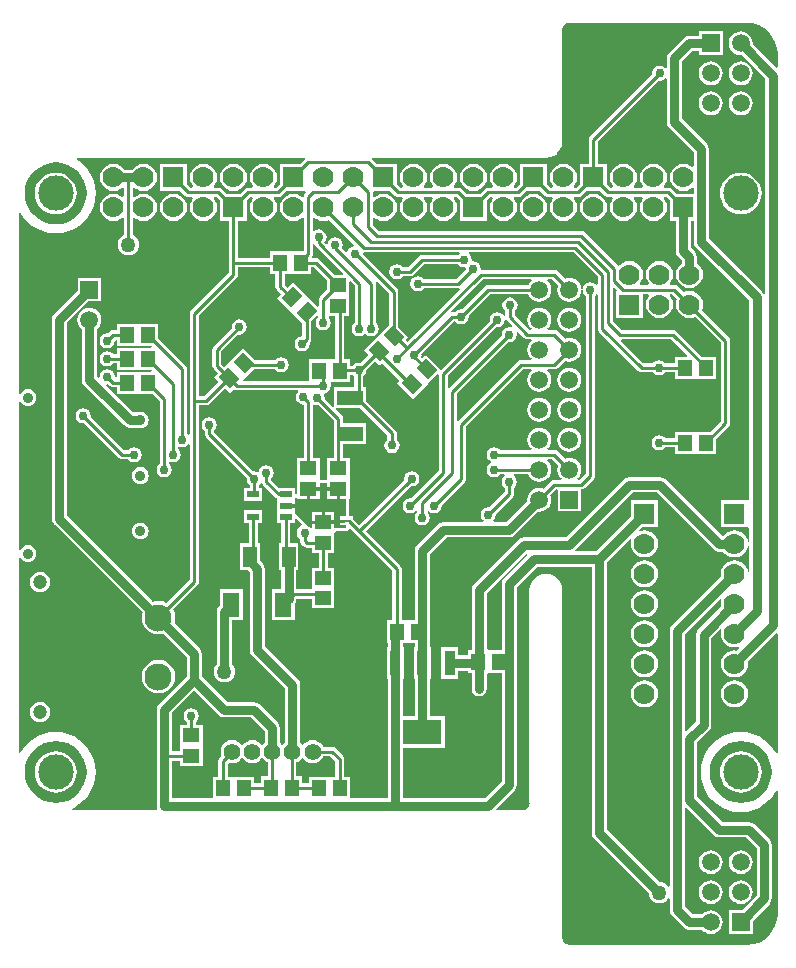
<source format=gbl>
G04 Layer_Physical_Order=2*
G04 Layer_Color=16711680*
%FSLAX25Y25*%
%MOIN*%
G70*
G01*
G75*
%ADD12R,0.04528X0.05315*%
%ADD17C,0.01000*%
%ADD19C,0.03000*%
%ADD20C,0.11811*%
%ADD21C,0.04724*%
%ADD22C,0.09055*%
%ADD23C,0.05906*%
%ADD24R,0.05906X0.05906*%
%ADD25R,0.07000X0.07000*%
%ADD26C,0.07000*%
%ADD27R,0.07000X0.07000*%
%ADD28C,0.05600*%
%ADD29C,0.03543*%
%ADD30C,0.03000*%
%ADD31C,0.05000*%
%ADD32R,0.03937X0.02362*%
%ADD33R,0.05512X0.08268*%
%ADD34R,0.04528X0.05512*%
%ADD35R,0.05512X0.04528*%
%ADD36R,0.08661X0.04921*%
%ADD37R,0.04528X0.06890*%
%ADD38R,0.05315X0.04528*%
%ADD39R,0.12795X0.08465*%
%ADD40R,0.03543X0.08465*%
G04:AMPARAMS|DCode=41|XSize=53.15mil|YSize=45.28mil|CornerRadius=0mil|HoleSize=0mil|Usage=FLASHONLY|Rotation=135.000|XOffset=0mil|YOffset=0mil|HoleType=Round|Shape=Rectangle|*
%AMROTATEDRECTD41*
4,1,4,0.03480,-0.00278,0.00278,-0.03480,-0.03480,0.00278,-0.00278,0.03480,0.03480,-0.00278,0.0*
%
%ADD41ROTATEDRECTD41*%

G04:AMPARAMS|DCode=42|XSize=55.12mil|YSize=45.28mil|CornerRadius=0mil|HoleSize=0mil|Usage=FLASHONLY|Rotation=315.000|XOffset=0mil|YOffset=0mil|HoleType=Round|Shape=Rectangle|*
%AMROTATEDRECTD42*
4,1,4,-0.03550,0.00348,-0.00348,0.03550,0.03550,-0.00348,0.00348,-0.03550,-0.03550,0.00348,0.0*
%
%ADD42ROTATEDRECTD42*%

G04:AMPARAMS|DCode=43|XSize=55.12mil|YSize=45.28mil|CornerRadius=0mil|HoleSize=0mil|Usage=FLASHONLY|Rotation=225.000|XOffset=0mil|YOffset=0mil|HoleType=Round|Shape=Rectangle|*
%AMROTATEDRECTD43*
4,1,4,0.00348,0.03550,0.03550,0.00348,-0.00348,-0.03550,-0.03550,-0.00348,0.00348,0.03550,0.0*
%
%ADD43ROTATEDRECTD43*%

%ADD44R,0.01000X0.01000*%
%ADD45C,0.00787*%
G36*
X235707Y71631D02*
X235616Y71411D01*
X235461Y70236D01*
X235570Y69411D01*
X227937Y61778D01*
X227384Y60951D01*
X227190Y59976D01*
Y31056D01*
X224011Y27876D01*
X223549Y28068D01*
Y60180D01*
X235283Y71915D01*
X235707Y71631D01*
D02*
G37*
G36*
X164102Y164735D02*
X165972Y162865D01*
X165725Y162405D01*
X165000Y162549D01*
X164024Y162355D01*
X163198Y161802D01*
X162645Y160976D01*
X162451Y160000D01*
X162515Y159678D01*
X145029Y142192D01*
X144592Y142329D01*
X144529Y142377D01*
Y146367D01*
X160678Y162515D01*
X161000Y162451D01*
X161976Y162645D01*
X162802Y163198D01*
X163355Y164024D01*
X163497Y164740D01*
X164028Y164846D01*
X164102Y164735D01*
D02*
G37*
G36*
X85291Y180244D02*
X87026D01*
Y175954D01*
X87142Y175369D01*
X87474Y174873D01*
X88929Y173417D01*
X87600Y172088D01*
X92216Y167472D01*
X92216D01*
X92472Y167216D01*
X95907Y163782D01*
Y159530D01*
X95025Y159355D01*
X94198Y158802D01*
X93645Y157975D01*
X93451Y157000D01*
X93645Y156025D01*
X94198Y155198D01*
X95025Y154645D01*
X96000Y154451D01*
X96975Y154645D01*
X97802Y155198D01*
X98355Y156025D01*
X98549Y157000D01*
X98485Y157322D01*
X98517Y157354D01*
X98849Y157851D01*
X98965Y158436D01*
Y164478D01*
X100772Y166284D01*
X101283Y166089D01*
X101296Y165868D01*
X101198Y165802D01*
X100645Y164976D01*
X100451Y164000D01*
X100645Y163024D01*
X101198Y162198D01*
X102024Y161645D01*
X103000Y161451D01*
X103975Y161645D01*
X104802Y162198D01*
X105355Y163024D01*
X105549Y164000D01*
X105355Y164976D01*
X104810Y165791D01*
X104823Y165862D01*
X104971Y166291D01*
X106915D01*
Y151756D01*
X105181D01*
X105181Y151756D01*
X104819D01*
Y151756D01*
X104681Y151756D01*
X98291D01*
Y144529D01*
X76494D01*
X76303Y144991D01*
X76656Y145344D01*
X76881Y145570D01*
X79782Y148471D01*
X87015D01*
X87198Y148198D01*
X88024Y147645D01*
X89000Y147451D01*
X89976Y147645D01*
X90802Y148198D01*
X91355Y149024D01*
X91549Y150000D01*
X91355Y150976D01*
X90802Y151802D01*
X89976Y152355D01*
X89000Y152549D01*
X88024Y152355D01*
X87198Y151802D01*
X87015Y151529D01*
X79958D01*
X76088Y155400D01*
X71570Y150881D01*
X71344Y150656D01*
X69990Y149301D01*
X69029Y150262D01*
Y154367D01*
X74678Y160015D01*
X75000Y159951D01*
X75976Y160145D01*
X76802Y160698D01*
X77355Y161524D01*
X77549Y162500D01*
X77355Y163476D01*
X76802Y164302D01*
X75976Y164855D01*
X75000Y165049D01*
X74024Y164855D01*
X73198Y164302D01*
X72645Y163476D01*
X72451Y162500D01*
X72515Y162178D01*
X66419Y156081D01*
X66087Y155585D01*
X65971Y155000D01*
Y149628D01*
X66087Y149043D01*
X66419Y148547D01*
X67827Y147139D01*
X66600Y145912D01*
X68175Y144338D01*
X63367Y139529D01*
X61529D01*
Y166367D01*
X74081Y178919D01*
X74413Y179415D01*
X74529Y180000D01*
Y182471D01*
X85291D01*
Y180244D01*
D02*
G37*
G36*
X113471Y176366D02*
Y163985D01*
X113198Y163802D01*
X112645Y162976D01*
X112451Y162000D01*
X112645Y161024D01*
X113198Y160198D01*
X114024Y159645D01*
X115000Y159451D01*
X115975Y159645D01*
X116802Y160198D01*
X117198D01*
X118025Y159645D01*
X119000Y159451D01*
X119975Y159645D01*
X120802Y160198D01*
X121355Y161024D01*
X121549Y162000D01*
X121355Y162976D01*
X120802Y163802D01*
X120529Y163985D01*
Y177000D01*
X120440Y177447D01*
X120887Y177708D01*
X124907Y173688D01*
Y163079D01*
X121542Y159714D01*
X121286Y159458D01*
X116670Y154842D01*
X118175Y153338D01*
X115350Y150513D01*
X114725Y150637D01*
X113750Y150443D01*
X112923Y149890D01*
X112741Y149617D01*
X111709D01*
Y151756D01*
X109974D01*
Y166291D01*
X111658D01*
Y172819D01*
X111658Y172819D01*
Y173181D01*
X111658D01*
X111658Y173319D01*
Y177526D01*
X112119Y177718D01*
X113471Y176366D01*
D02*
G37*
G36*
X169919Y158919D02*
X170415Y158587D01*
X171000Y158471D01*
X172208D01*
X172378Y157971D01*
X172181Y157819D01*
X171547Y156993D01*
X171149Y156032D01*
X171013Y155000D01*
X171149Y153968D01*
X171547Y153007D01*
X172181Y152181D01*
X172378Y152029D01*
X172208Y151529D01*
X169000D01*
X168415Y151413D01*
X167919Y151081D01*
X148029Y131192D01*
X147592Y131329D01*
X147529Y131377D01*
Y140366D01*
X164678Y157515D01*
X165000Y157451D01*
X165975Y157645D01*
X166802Y158198D01*
X167355Y159025D01*
X167549Y160000D01*
X167405Y160725D01*
X167866Y160972D01*
X169919Y158919D01*
D02*
G37*
G36*
X100087Y189915D02*
X100419Y189419D01*
X109667Y180171D01*
X109475Y179709D01*
X106899D01*
X101526Y185081D01*
X101030Y185413D01*
X100445Y185529D01*
X99399D01*
X99279Y185677D01*
X99155Y186029D01*
X99413Y186415D01*
X99529Y187000D01*
Y190155D01*
X100029Y190205D01*
X100087Y189915D01*
D02*
G37*
G36*
X104342Y177939D02*
Y175103D01*
X101919Y172679D01*
X101587Y172183D01*
X101471Y171598D01*
Y169494D01*
X101009Y169303D01*
X97784Y172528D01*
X97528Y172784D01*
X92912Y177400D01*
X91092Y175580D01*
X90084Y176587D01*
Y180244D01*
X91819D01*
Y180244D01*
X92181D01*
Y180244D01*
X98709D01*
Y182471D01*
X99811D01*
X104342Y177939D01*
D02*
G37*
G36*
X194471Y179367D02*
Y176702D01*
X193971Y176551D01*
X193802Y176802D01*
X192975Y177355D01*
X192000Y177549D01*
X191024Y177355D01*
X190198Y176802D01*
X189645Y175976D01*
X189475Y175121D01*
X188969Y175138D01*
X188851Y176032D01*
X188453Y176993D01*
X187819Y177819D01*
X186993Y178453D01*
X186032Y178851D01*
X185000Y178987D01*
X183968Y178851D01*
X183504Y178659D01*
X181081Y181081D01*
X180585Y181413D01*
X180000Y181529D01*
X155965D01*
X155549Y182000D01*
X155355Y182975D01*
X154802Y183802D01*
X153975Y184355D01*
X153000Y184549D01*
X152878Y184525D01*
X152525Y184878D01*
X152549Y185000D01*
X152355Y185976D01*
X151802Y186802D01*
X151551Y186971D01*
X151702Y187471D01*
X186366D01*
X194471Y179367D01*
D02*
G37*
G36*
X172378Y177971D02*
X172181Y177819D01*
X171547Y176993D01*
X171355Y176529D01*
X158000D01*
X157415Y176413D01*
X156919Y176081D01*
X149322Y168485D01*
X149000Y168549D01*
X148024Y168355D01*
X147198Y167802D01*
X147015Y167529D01*
X146000D01*
X145931Y167516D01*
X145685Y167977D01*
X156179Y178471D01*
X172208D01*
X172378Y177971D01*
D02*
G37*
G36*
X181341Y176496D02*
X181149Y176032D01*
X181013Y175000D01*
X181149Y173968D01*
X181547Y173007D01*
X182181Y172181D01*
X183007Y171547D01*
X183968Y171149D01*
X185000Y171013D01*
X186032Y171149D01*
X186993Y171547D01*
X187819Y172181D01*
X188453Y173007D01*
X188851Y173968D01*
X188969Y174862D01*
X189475Y174879D01*
X189645Y174024D01*
X190198Y173198D01*
X190471Y173015D01*
Y113634D01*
X188366Y111529D01*
X187792D01*
X187622Y112029D01*
X187819Y112181D01*
X188453Y113007D01*
X188851Y113968D01*
X188987Y115000D01*
X188851Y116032D01*
X188453Y116993D01*
X187819Y117819D01*
X186993Y118453D01*
X186032Y118851D01*
X185000Y118987D01*
X183968Y118851D01*
X183504Y118659D01*
X181081Y121081D01*
X180585Y121413D01*
X180000Y121529D01*
X177792D01*
X177622Y122029D01*
X177819Y122181D01*
X178453Y123007D01*
X178851Y123968D01*
X178987Y125000D01*
X178851Y126032D01*
X178453Y126993D01*
X177819Y127819D01*
X176993Y128453D01*
X176032Y128851D01*
X175000Y128987D01*
X173968Y128851D01*
X173007Y128453D01*
X172181Y127819D01*
X171547Y126993D01*
X171149Y126032D01*
X171013Y125000D01*
X171149Y123968D01*
X171547Y123007D01*
X172181Y122181D01*
X172378Y122029D01*
X172208Y121529D01*
X161985D01*
X161802Y121802D01*
X160976Y122355D01*
X160000Y122549D01*
X159025Y122355D01*
X158198Y121802D01*
X157645Y120975D01*
X157451Y120000D01*
X157645Y119025D01*
X158198Y118198D01*
X158816Y117784D01*
Y117216D01*
X158198Y116802D01*
X157645Y115975D01*
X157451Y115000D01*
X157645Y114024D01*
X158198Y113198D01*
X159025Y112645D01*
X160000Y112451D01*
X160976Y112645D01*
X161802Y113198D01*
X161985Y113471D01*
X163298D01*
X163449Y112971D01*
X163198Y112802D01*
X162645Y111976D01*
X162451Y111000D01*
X162645Y110024D01*
X163198Y109198D01*
X163471Y109015D01*
Y107633D01*
X158322Y102485D01*
X158000Y102549D01*
X157025Y102355D01*
X156198Y101802D01*
X155645Y100976D01*
X155451Y100000D01*
X155645Y99024D01*
X156198Y98198D01*
X156420Y98049D01*
X156268Y97549D01*
X143000D01*
X142025Y97355D01*
X141198Y96802D01*
X134198Y89802D01*
X133645Y88976D01*
X133451Y88000D01*
Y64756D01*
X131181D01*
Y64756D01*
X130819D01*
Y64756D01*
X129085D01*
Y81921D01*
X128968Y82507D01*
X128637Y83003D01*
X117128Y94511D01*
X132132Y109515D01*
X132454Y109451D01*
X133430Y109645D01*
X134257Y110198D01*
X134809Y111024D01*
X135003Y112000D01*
X134809Y112976D01*
X134257Y113802D01*
X133430Y114355D01*
X132454Y114549D01*
X131479Y114355D01*
X130652Y113802D01*
X130099Y112976D01*
X129905Y112000D01*
X129969Y111678D01*
X114965Y96674D01*
X112976Y98663D01*
Y99500D01*
X111624D01*
X111520Y99521D01*
Y105291D01*
X111756D01*
Y111819D01*
X111756D01*
Y112181D01*
X111756D01*
Y118709D01*
X109529D01*
Y123539D01*
X117331D01*
Y130461D01*
X109529D01*
Y132000D01*
X109413Y132585D01*
X109081Y133081D01*
X107116Y135047D01*
X107323Y135547D01*
X115290D01*
X124331Y126506D01*
Y125032D01*
X124058Y124850D01*
X123506Y124023D01*
X123312Y123048D01*
X123506Y122072D01*
X124058Y121245D01*
X124885Y120693D01*
X125861Y120499D01*
X126836Y120693D01*
X127663Y121245D01*
X128216Y122072D01*
X128410Y123048D01*
X128216Y124023D01*
X127663Y124850D01*
X127390Y125032D01*
Y127139D01*
X127274Y127724D01*
X126942Y128221D01*
X117331Y137832D01*
Y142469D01*
X116255D01*
Y146103D01*
X116528Y146285D01*
X117080Y147113D01*
X117274Y148088D01*
X117270Y148108D01*
X120338Y151175D01*
X121843Y149670D01*
X122656Y150484D01*
X128484Y144656D01*
X127670Y143842D01*
X132843Y138670D01*
X137458Y143286D01*
X137714Y143542D01*
X140971Y146798D01*
X141471Y146591D01*
Y114634D01*
X132322Y105485D01*
X132000Y105549D01*
X131025Y105355D01*
X130198Y104802D01*
X129645Y103975D01*
X129451Y103000D01*
X129645Y102024D01*
X130198Y101198D01*
X131025Y100645D01*
X132000Y100451D01*
X132975Y100645D01*
X133706Y101133D01*
X134072Y101045D01*
X134239Y100950D01*
X134255Y100841D01*
X134198Y100802D01*
X133645Y99976D01*
X133451Y99000D01*
X133645Y98024D01*
X134198Y97198D01*
X135024Y96645D01*
X136000Y96451D01*
X136976Y96645D01*
X137802Y97198D01*
X138355Y98024D01*
X138549Y99000D01*
X138355Y99976D01*
X137802Y100802D01*
X137745Y100841D01*
X137761Y100950D01*
X137928Y101045D01*
X138294Y101133D01*
X139024Y100645D01*
X140000Y100451D01*
X140975Y100645D01*
X141802Y101198D01*
X142355Y102024D01*
X142549Y103000D01*
X142485Y103322D01*
X150081Y110919D01*
X150413Y111415D01*
X150529Y112000D01*
Y129367D01*
X169633Y148471D01*
X172208D01*
X172378Y147971D01*
X172181Y147819D01*
X171547Y146993D01*
X171149Y146032D01*
X171013Y145000D01*
X171149Y143968D01*
X171547Y143007D01*
X172181Y142181D01*
X173007Y141547D01*
X173968Y141149D01*
X175000Y141013D01*
X176032Y141149D01*
X176993Y141547D01*
X177819Y142181D01*
X178453Y143007D01*
X178851Y143968D01*
X178987Y145000D01*
X178851Y146032D01*
X178453Y146993D01*
X177819Y147819D01*
X177622Y147971D01*
X177792Y148471D01*
X180000D01*
X180585Y148587D01*
X181081Y148919D01*
X183504Y151341D01*
X183968Y151149D01*
X185000Y151013D01*
X186032Y151149D01*
X186993Y151547D01*
X187819Y152181D01*
X188453Y153007D01*
X188851Y153968D01*
X188987Y155000D01*
X188851Y156032D01*
X188453Y156993D01*
X187819Y157819D01*
X186993Y158453D01*
X186032Y158851D01*
X185000Y158987D01*
X183968Y158851D01*
X183504Y158659D01*
X181081Y161081D01*
X180585Y161413D01*
X180000Y161529D01*
X177792D01*
X177622Y162029D01*
X177819Y162181D01*
X178453Y163007D01*
X178851Y163968D01*
X178987Y165000D01*
X178851Y166032D01*
X178453Y166993D01*
X177819Y167819D01*
X176993Y168453D01*
X176032Y168851D01*
X175000Y168987D01*
X173968Y168851D01*
X173007Y168453D01*
X172181Y167819D01*
X171547Y166993D01*
X171149Y166032D01*
X171013Y165000D01*
X171149Y163968D01*
X171547Y163007D01*
X172181Y162181D01*
X172378Y162029D01*
X172208Y161529D01*
X171634D01*
X166712Y166450D01*
Y167832D01*
X166985Y168015D01*
X167538Y168841D01*
X167732Y169817D01*
X167538Y170792D01*
X166985Y171619D01*
X166159Y172172D01*
X165183Y172366D01*
X164208Y172172D01*
X163381Y171619D01*
X162828Y170792D01*
X162634Y169817D01*
X162828Y168841D01*
X163381Y168015D01*
X163654Y167832D01*
Y166428D01*
X163154Y166277D01*
X162802Y166802D01*
X161976Y167355D01*
X161000Y167549D01*
X160024Y167355D01*
X159198Y166802D01*
X158645Y165975D01*
X158451Y165000D01*
X158515Y164678D01*
X142162Y148325D01*
X137157Y153330D01*
X135931Y152104D01*
X135586Y152449D01*
X135732Y153183D01*
X135668Y153505D01*
X146559Y164396D01*
X147088Y164361D01*
X147198Y164198D01*
X148024Y163645D01*
X149000Y163451D01*
X149976Y163645D01*
X150802Y164198D01*
X151355Y165024D01*
X151549Y166000D01*
X151485Y166322D01*
X158633Y173471D01*
X171355D01*
X171547Y173007D01*
X172181Y172181D01*
X173007Y171547D01*
X173968Y171149D01*
X175000Y171013D01*
X176032Y171149D01*
X176993Y171547D01*
X177819Y172181D01*
X178453Y173007D01*
X178851Y173968D01*
X178987Y175000D01*
X178851Y176032D01*
X178453Y176993D01*
X177819Y177819D01*
X177622Y177971D01*
X177792Y178471D01*
X179367D01*
X181341Y176496D01*
D02*
G37*
G36*
X104244Y109055D02*
X108000D01*
Y108555D01*
X108500D01*
Y105291D01*
X110500D01*
Y99500D01*
X108500D01*
Y96500D01*
X110500D01*
Y95500D01*
X110470Y95470D01*
X106658D01*
Y96945D01*
X103000D01*
X99343D01*
Y95470D01*
X98741D01*
X98519Y95802D01*
X97692Y96355D01*
X97633Y96367D01*
X93382Y100618D01*
Y102500D01*
X90413D01*
Y103500D01*
X93382D01*
Y105382D01*
X93782Y105782D01*
X94244Y105591D01*
Y105291D01*
X97500D01*
Y108555D01*
X98000D01*
Y109055D01*
X101756D01*
Y110500D01*
X104244D01*
Y109055D01*
D02*
G37*
G36*
X170842Y87154D02*
X170989Y86594D01*
X163198Y78802D01*
X162645Y77975D01*
X162451Y77000D01*
Y54756D01*
X158181D01*
Y54756D01*
X158049D01*
X157549Y55144D01*
Y73944D01*
X170776Y87172D01*
X170842Y87154D01*
D02*
G37*
G36*
X133451Y55748D02*
X133228D01*
Y45283D01*
X133451D01*
Y32717D01*
X129494D01*
Y45283D01*
X129717D01*
Y55748D01*
X129494D01*
Y57244D01*
X130819D01*
Y57244D01*
X131181D01*
Y57244D01*
X133451D01*
Y55748D01*
D02*
G37*
G36*
X95734Y96825D02*
X95594Y96257D01*
X94914Y95802D01*
X94362Y94976D01*
X94168Y94000D01*
X94362Y93024D01*
X94914Y92198D01*
X95187Y92015D01*
Y91284D01*
X95304Y90698D01*
X95635Y90202D01*
X96363Y89474D01*
X96860Y89142D01*
X97445Y89026D01*
X99343D01*
Y87291D01*
X101471D01*
Y82264D01*
X99343D01*
Y75736D01*
X99343D01*
Y75585D01*
X98962Y75085D01*
X93947D01*
Y81555D01*
X94661D01*
Y90445D01*
X91943D01*
Y97079D01*
X93382D01*
Y98523D01*
X93844Y98714D01*
X95734Y96825D01*
D02*
G37*
G36*
X233198Y88434D02*
X234025Y87881D01*
X235000Y87687D01*
X236284D01*
X236791Y87027D01*
X237731Y86305D01*
X238825Y85852D01*
X240000Y85697D01*
X241175Y85852D01*
X242269Y86305D01*
X243209Y87027D01*
X243931Y87967D01*
X244384Y89061D01*
X244451Y89569D01*
X244951Y89536D01*
Y80936D01*
X244451Y80903D01*
X244384Y81411D01*
X243931Y82506D01*
X243209Y83446D01*
X242269Y84167D01*
X241175Y84620D01*
X240000Y84775D01*
X238825Y84620D01*
X237731Y84167D01*
X236791Y83446D01*
X236069Y82506D01*
X235616Y81411D01*
X235461Y80236D01*
X235570Y79411D01*
X219198Y63039D01*
X218645Y62212D01*
X218451Y61236D01*
Y-23927D01*
X217951Y-24096D01*
X217496Y-23504D01*
X216765Y-22943D01*
X215914Y-22590D01*
X215086Y-22481D01*
X197549Y-4944D01*
Y84180D01*
X205283Y91915D01*
X205707Y91632D01*
X205616Y91411D01*
X205461Y90236D01*
X205616Y89061D01*
X206069Y87967D01*
X206791Y87027D01*
X207731Y86305D01*
X208825Y85852D01*
X210000Y85697D01*
X211175Y85852D01*
X212269Y86305D01*
X213209Y87027D01*
X213931Y87967D01*
X214384Y89061D01*
X214539Y90236D01*
X214384Y91411D01*
X213931Y92506D01*
X213209Y93446D01*
X212269Y94167D01*
X211175Y94620D01*
X210000Y94775D01*
X208825Y94620D01*
X208605Y94529D01*
X208321Y94953D01*
X209105Y95736D01*
X214500D01*
Y104736D01*
X205500D01*
Y99341D01*
X193944Y87785D01*
X187014D01*
X186890Y88285D01*
X206056Y107451D01*
X214180D01*
X233198Y88434D01*
D02*
G37*
G36*
X112923Y146285D02*
X113196Y146103D01*
Y142469D01*
X106669D01*
Y136201D01*
X106169Y135994D01*
X103485Y138678D01*
X103549Y139000D01*
X103355Y139976D01*
X103283Y140083D01*
X103474Y140545D01*
X103975Y140645D01*
X104802Y141198D01*
X105355Y142025D01*
X105549Y143000D01*
X105401Y143744D01*
X105700Y144198D01*
X105772Y144244D01*
X111709D01*
Y146558D01*
X112741D01*
X112923Y146285D01*
D02*
G37*
G36*
X224315Y153119D02*
X224124Y152657D01*
X220291D01*
Y150490D01*
X216788D01*
X216605Y150763D01*
X215779Y151316D01*
X214803Y151510D01*
X213828Y151316D01*
X213001Y150763D01*
X212818Y150490D01*
X209673D01*
X202192Y157971D01*
X202399Y158471D01*
X218964D01*
X224315Y153119D01*
D02*
G37*
G36*
X100024Y136645D02*
X101000Y136451D01*
X101322Y136515D01*
X106471Y131367D01*
Y118709D01*
X104244D01*
Y112181D01*
X104244D01*
Y112020D01*
X103868Y111520D01*
X102132D01*
X101756Y111819D01*
Y112181D01*
X101756D01*
Y118709D01*
X99529D01*
Y136446D01*
X99970Y136681D01*
X100024Y136645D01*
D02*
G37*
G36*
X71912Y140600D02*
X73157Y141845D01*
X73543Y141587D01*
X74128Y141471D01*
X94434D01*
X94510Y141219D01*
X94556Y140971D01*
X94011Y140155D01*
X93817Y139180D01*
X94011Y138204D01*
X94564Y137377D01*
X95391Y136825D01*
X96366Y136630D01*
X96471Y136545D01*
Y118709D01*
X94244D01*
Y112181D01*
X94244D01*
Y111819D01*
X94244D01*
Y107220D01*
X94152Y107096D01*
X93791Y107012D01*
X93382Y107313D01*
Y108921D01*
X88242D01*
X85604Y111559D01*
X85639Y112088D01*
X85802Y112198D01*
X86355Y113024D01*
X86549Y114000D01*
X86355Y114976D01*
X85802Y115802D01*
X84975Y116355D01*
X84000Y116549D01*
X83025Y116355D01*
X82198Y115802D01*
X81645Y114976D01*
X81545Y114474D01*
X81083Y114283D01*
X80976Y114355D01*
X80000Y114549D01*
X79678Y114485D01*
X66604Y127559D01*
X66639Y128088D01*
X66802Y128198D01*
X67355Y129025D01*
X67549Y130000D01*
X67355Y130975D01*
X66802Y131802D01*
X65975Y132355D01*
X65000Y132549D01*
X64025Y132355D01*
X63198Y131802D01*
X62645Y130975D01*
X62451Y130000D01*
X62645Y129025D01*
X63198Y128198D01*
X63471Y128015D01*
Y127000D01*
X63587Y126415D01*
X63919Y125919D01*
X77515Y112322D01*
X77451Y112000D01*
X77645Y111024D01*
X78198Y110198D01*
X78471Y110015D01*
Y108921D01*
X76618D01*
Y104559D01*
X82555D01*
Y108921D01*
X81529D01*
Y110015D01*
X81802Y110198D01*
X82047Y110564D01*
X82578Y110459D01*
X82587Y110415D01*
X82919Y109919D01*
X87178Y105659D01*
X87445Y105481D01*
Y100819D01*
Y97079D01*
X88884D01*
Y90445D01*
X88134D01*
Y81555D01*
X88849D01*
Y75134D01*
X85905D01*
Y64866D01*
X93417D01*
Y70259D01*
X93753Y70761D01*
X93947Y71736D01*
Y72026D01*
X99343D01*
Y68846D01*
X106658D01*
Y75374D01*
X106658D01*
Y75736D01*
X106658D01*
Y82264D01*
X104529D01*
Y87291D01*
X106658D01*
Y93819D01*
X106658D01*
Y93950D01*
X107046Y94450D01*
X110470D01*
X110860Y94528D01*
X111191Y94749D01*
X111221Y94779D01*
X111442Y95110D01*
X111451Y95155D01*
X111994Y95320D01*
X113919Y93395D01*
X126026Y81288D01*
Y64756D01*
X124291D01*
Y57244D01*
X124396D01*
Y55748D01*
X124173D01*
Y45283D01*
X124396D01*
Y5549D01*
X111709D01*
Y12657D01*
X109974D01*
Y18555D01*
X109858Y19140D01*
X109526Y19637D01*
X107081Y22081D01*
X106585Y22413D01*
X106000Y22529D01*
X102880D01*
X102719Y22916D01*
X102110Y23710D01*
X101316Y24319D01*
X100392Y24702D01*
X99400Y24833D01*
X98408Y24702D01*
X97484Y24319D01*
X96690Y23710D01*
X96365Y23287D01*
X95735D01*
X95410Y23710D01*
X95249Y23834D01*
Y43300D01*
X95055Y44276D01*
X94502Y45102D01*
X83549Y56056D01*
Y82000D01*
X83355Y82976D01*
X82802Y83802D01*
X81866Y84739D01*
Y90445D01*
X81116D01*
Y97079D01*
X82555D01*
Y101441D01*
X76618D01*
Y97079D01*
X78057D01*
Y90445D01*
X75339D01*
Y81555D01*
X77840D01*
X78451Y80944D01*
Y55000D01*
X78645Y54024D01*
X79198Y53198D01*
X90151Y42244D01*
Y23834D01*
X89990Y23710D01*
X89665Y23287D01*
X89035D01*
X88710Y23710D01*
X88549Y23834D01*
Y29000D01*
X88355Y29976D01*
X87802Y30802D01*
X81802Y36802D01*
X80976Y37355D01*
X80000Y37549D01*
X71056D01*
X62549Y46056D01*
Y53685D01*
X62355Y54660D01*
X61802Y55487D01*
X53286Y64003D01*
X53385Y64242D01*
X53575Y65685D01*
X53385Y67128D01*
X52864Y68386D01*
X61081Y76604D01*
X61413Y77100D01*
X61529Y77685D01*
Y136471D01*
X64000D01*
X64585Y136587D01*
X65081Y136919D01*
X70338Y142175D01*
X71912Y140600D01*
D02*
G37*
G36*
X181341Y116496D02*
X181149Y116032D01*
X181013Y115000D01*
X181149Y113968D01*
X181547Y113007D01*
X182181Y112181D01*
X182378Y112029D01*
X182209Y111529D01*
X180000D01*
X179415Y111413D01*
X178919Y111081D01*
X176496Y108659D01*
X176032Y108851D01*
X175000Y108987D01*
X173968Y108851D01*
X173007Y108453D01*
X172181Y107819D01*
X171547Y106993D01*
X171149Y106032D01*
X171013Y105000D01*
X171058Y104662D01*
X163944Y97549D01*
X159732D01*
X159580Y98049D01*
X159802Y98198D01*
X160355Y99024D01*
X160549Y100000D01*
X160485Y100322D01*
X166081Y105919D01*
X166413Y106415D01*
X166529Y107000D01*
Y109015D01*
X166802Y109198D01*
X167355Y110024D01*
X167549Y111000D01*
X167355Y111976D01*
X166802Y112802D01*
X166551Y112971D01*
X166702Y113471D01*
X171355D01*
X171547Y113007D01*
X172181Y112181D01*
X173007Y111547D01*
X173968Y111149D01*
X175000Y111013D01*
X176032Y111149D01*
X176993Y111547D01*
X177819Y112181D01*
X178453Y113007D01*
X178851Y113968D01*
X178987Y115000D01*
X178851Y116032D01*
X178453Y116993D01*
X177819Y117819D01*
X177622Y117971D01*
X177792Y118471D01*
X179367D01*
X181341Y116496D01*
D02*
G37*
G36*
X97231Y207394D02*
X96919Y207081D01*
X96587Y206585D01*
X96471Y206000D01*
X95971Y205786D01*
X95269Y206324D01*
X94175Y206778D01*
X93000Y206932D01*
X91825Y206778D01*
X90731Y206324D01*
X89791Y205603D01*
X89069Y204663D01*
X88616Y203568D01*
X88461Y202394D01*
X88616Y201219D01*
X89069Y200124D01*
X89791Y199184D01*
X90731Y198463D01*
X91825Y198010D01*
X93000Y197855D01*
X94175Y198010D01*
X95269Y198463D01*
X95971Y199001D01*
X96471Y198754D01*
Y187756D01*
X92181D01*
Y187756D01*
X91819D01*
Y187756D01*
X85291D01*
Y185529D01*
X74529D01*
Y197894D01*
X77500D01*
Y204731D01*
X78633Y205864D01*
X79361D01*
X79607Y205364D01*
X79069Y204663D01*
X78616Y203568D01*
X78461Y202394D01*
X78616Y201219D01*
X79069Y200124D01*
X79791Y199184D01*
X80731Y198463D01*
X81825Y198010D01*
X83000Y197855D01*
X84175Y198010D01*
X85269Y198463D01*
X86209Y199184D01*
X86931Y200124D01*
X87384Y201219D01*
X87539Y202394D01*
X87384Y203568D01*
X86931Y204663D01*
X86393Y205364D01*
X86639Y205864D01*
X88000D01*
X88585Y205981D01*
X89081Y206312D01*
X90663Y207894D01*
X97024D01*
X97231Y207394D01*
D02*
G37*
G36*
X246111Y263735D02*
X248046Y263148D01*
X249828Y262195D01*
X251391Y260913D01*
X252673Y259350D01*
X253626Y257568D01*
X254213Y255633D01*
X254399Y253738D01*
X254376Y253622D01*
Y249095D01*
X253914Y248903D01*
X246068Y256749D01*
X246113Y257087D01*
X245977Y258119D01*
X245579Y259080D01*
X244945Y259906D01*
X244119Y260539D01*
X243158Y260938D01*
X242126Y261073D01*
X241094Y260938D01*
X240132Y260539D01*
X239307Y259906D01*
X238673Y259080D01*
X238275Y258119D01*
X238139Y257087D01*
X238275Y256055D01*
X238673Y255093D01*
X239307Y254268D01*
X240132Y253634D01*
X241094Y253236D01*
X242126Y253100D01*
X242464Y253144D01*
X250357Y245251D01*
Y173517D01*
X249856Y173468D01*
X249855Y173476D01*
X249302Y174302D01*
X231549Y192056D01*
Y222000D01*
X231355Y222975D01*
X230802Y223802D01*
X222549Y232056D01*
Y251031D01*
X226056Y254538D01*
X228173D01*
Y253134D01*
X236079D01*
Y261039D01*
X228173D01*
Y259636D01*
X225000D01*
X224025Y259442D01*
X223198Y258889D01*
X218198Y253889D01*
X217645Y253062D01*
X217451Y252087D01*
Y248948D01*
X216951Y248796D01*
X216889Y248889D01*
X216062Y249442D01*
X215087Y249636D01*
X214111Y249442D01*
X213284Y248889D01*
X212732Y248062D01*
X212538Y247087D01*
X212602Y246765D01*
X191919Y226081D01*
X191587Y225585D01*
X191471Y225000D01*
Y216894D01*
X188500D01*
Y210057D01*
X187366Y208923D01*
X186639D01*
X186393Y209423D01*
X186931Y210124D01*
X187384Y211219D01*
X187539Y212394D01*
X187384Y213568D01*
X186931Y214663D01*
X186209Y215603D01*
X185269Y216324D01*
X184175Y216778D01*
X183000Y216933D01*
X181825Y216778D01*
X180731Y216324D01*
X179791Y215603D01*
X179069Y214663D01*
X178616Y213568D01*
X178461Y212394D01*
X178616Y211219D01*
X179069Y210124D01*
X179607Y209423D01*
X179361Y208923D01*
X178633D01*
X177500Y210057D01*
Y216894D01*
X168500D01*
Y210057D01*
X167367Y208923D01*
X166639D01*
X166393Y209423D01*
X166931Y210124D01*
X167384Y211219D01*
X167539Y212394D01*
X167384Y213568D01*
X166931Y214663D01*
X166209Y215603D01*
X165269Y216324D01*
X164175Y216778D01*
X163000Y216933D01*
X161825Y216778D01*
X160731Y216324D01*
X159791Y215603D01*
X159069Y214663D01*
X158616Y213568D01*
X158461Y212394D01*
X158616Y211219D01*
X159069Y210124D01*
X159607Y209423D01*
X159361Y208923D01*
X158000D01*
X157415Y208807D01*
X156919Y208475D01*
X155337Y206894D01*
X150663D01*
X149081Y208475D01*
X148585Y208807D01*
X148000Y208923D01*
X146639D01*
X146393Y209423D01*
X146931Y210124D01*
X147384Y211219D01*
X147539Y212394D01*
X147384Y213568D01*
X146931Y214663D01*
X146209Y215603D01*
X145269Y216324D01*
X144175Y216778D01*
X143000Y216933D01*
X141825Y216778D01*
X140731Y216324D01*
X139791Y215603D01*
X139069Y214663D01*
X138616Y213568D01*
X138461Y212394D01*
X138616Y211219D01*
X139069Y210124D01*
X139607Y209423D01*
X139361Y208923D01*
X136639D01*
X136393Y209423D01*
X136931Y210124D01*
X137384Y211219D01*
X137539Y212394D01*
X137384Y213568D01*
X136931Y214663D01*
X136209Y215603D01*
X135269Y216324D01*
X134175Y216778D01*
X133000Y216933D01*
X131825Y216778D01*
X130731Y216324D01*
X129791Y215603D01*
X129069Y214663D01*
X128616Y213568D01*
X128461Y212394D01*
X128616Y211219D01*
X129069Y210124D01*
X129607Y209423D01*
X129361Y208923D01*
X128633D01*
X127500Y210057D01*
Y216894D01*
X120663D01*
X119114Y218443D01*
X119126Y218579D01*
X119281Y218943D01*
X177132D01*
X177362Y218989D01*
X178552Y219145D01*
X179874Y219693D01*
X180274Y220000D01*
X181000D01*
Y220557D01*
X181010Y220565D01*
X181882Y221700D01*
X182430Y223023D01*
X182586Y224213D01*
X182632Y224442D01*
Y261297D01*
X182665Y261463D01*
X182665D01*
X182644Y261489D01*
X182824Y262394D01*
X183352Y263184D01*
X184141Y263712D01*
X185047Y263892D01*
X185072Y263871D01*
Y263871D01*
X185238Y263904D01*
X244100D01*
X244198Y263923D01*
X246111Y263735D01*
D02*
G37*
G36*
X76590Y18290D02*
X77384Y17681D01*
X78308Y17298D01*
X79300Y17167D01*
X80292Y17298D01*
X81216Y17681D01*
X82010Y18290D01*
X82335Y18713D01*
X82965D01*
X83290Y18290D01*
X84084Y17681D01*
X84471Y17520D01*
Y12756D01*
X82291D01*
Y10529D01*
X79709D01*
Y12657D01*
X73181D01*
Y12657D01*
X72819D01*
Y12657D01*
X71084D01*
Y16973D01*
X71584Y17308D01*
X71608Y17298D01*
X72600Y17167D01*
X73592Y17298D01*
X74516Y17681D01*
X75310Y18290D01*
X75635Y18713D01*
X76265D01*
X76590Y18290D01*
D02*
G37*
G36*
X217451Y245225D02*
Y231000D01*
X217645Y230025D01*
X218198Y229198D01*
X226451Y220944D01*
Y216048D01*
X225951Y215801D01*
X225269Y216324D01*
X224175Y216778D01*
X223000Y216933D01*
X221825Y216778D01*
X220731Y216324D01*
X219791Y215603D01*
X219069Y214663D01*
X218616Y213568D01*
X218461Y212394D01*
X218616Y211219D01*
X219069Y210124D01*
X219791Y209184D01*
X220731Y208463D01*
X221825Y208010D01*
X223000Y207855D01*
X224175Y208010D01*
X225269Y208463D01*
X225951Y208986D01*
X226451Y208739D01*
Y206894D01*
X220663D01*
X219081Y208475D01*
X218585Y208807D01*
X218000Y208923D01*
X216639D01*
X216393Y209423D01*
X216931Y210124D01*
X217384Y211219D01*
X217539Y212394D01*
X217384Y213568D01*
X216931Y214663D01*
X216209Y215603D01*
X215269Y216324D01*
X214175Y216778D01*
X213000Y216933D01*
X211825Y216778D01*
X210731Y216324D01*
X209791Y215603D01*
X209069Y214663D01*
X208616Y213568D01*
X208461Y212394D01*
X208616Y211219D01*
X209069Y210124D01*
X209607Y209423D01*
X209361Y208923D01*
X206639D01*
X206393Y209423D01*
X206931Y210124D01*
X207384Y211219D01*
X207539Y212394D01*
X207384Y213568D01*
X206931Y214663D01*
X206209Y215603D01*
X205269Y216324D01*
X204175Y216778D01*
X203000Y216933D01*
X201825Y216778D01*
X200731Y216324D01*
X199791Y215603D01*
X199069Y214663D01*
X198616Y213568D01*
X198461Y212394D01*
X198616Y211219D01*
X199069Y210124D01*
X199607Y209423D01*
X199361Y208923D01*
X198634D01*
X197500Y210057D01*
Y216894D01*
X194529D01*
Y224366D01*
X214765Y244602D01*
X215087Y244538D01*
X216062Y244732D01*
X216889Y245284D01*
X216951Y245377D01*
X217451Y245225D01*
D02*
G37*
G36*
X15792Y24292D02*
X17728Y23705D01*
X19512Y22752D01*
X21075Y21469D01*
X22358Y19905D01*
X23311Y18122D01*
X23899Y16186D01*
X24097Y14173D01*
X23899Y12160D01*
X23311Y10225D01*
X22358Y8441D01*
X21075Y6878D01*
X19512Y5595D01*
X17728Y4641D01*
X15792Y4054D01*
X13780Y3856D01*
X11767Y4054D01*
X9831Y4641D01*
X8048Y5595D01*
X6484Y6878D01*
X5201Y8441D01*
X4248Y10225D01*
X3661Y12160D01*
X3462Y14173D01*
X3661Y16186D01*
X4248Y18122D01*
X5201Y19905D01*
X6484Y21469D01*
X8048Y22752D01*
X9831Y23705D01*
X11767Y24292D01*
X13780Y24490D01*
X15792Y24292D01*
D02*
G37*
G36*
X96874Y218579D02*
X96886Y218443D01*
X95337Y216894D01*
X88500D01*
Y210057D01*
X87366Y208923D01*
X86639D01*
X86393Y209423D01*
X86931Y210124D01*
X87384Y211219D01*
X87539Y212394D01*
X87384Y213568D01*
X86931Y214663D01*
X86209Y215603D01*
X85269Y216324D01*
X84175Y216778D01*
X83000Y216933D01*
X81825Y216778D01*
X80731Y216324D01*
X79791Y215603D01*
X79069Y214663D01*
X78616Y213568D01*
X78461Y212394D01*
X78616Y211219D01*
X79069Y210124D01*
X79607Y209423D01*
X79361Y208923D01*
X78000D01*
X77415Y208807D01*
X76919Y208475D01*
X75337Y206894D01*
X70663D01*
X69081Y208475D01*
X68585Y208807D01*
X68000Y208923D01*
X66639D01*
X66393Y209423D01*
X66931Y210124D01*
X67384Y211219D01*
X67539Y212394D01*
X67384Y213568D01*
X66931Y214663D01*
X66209Y215603D01*
X65269Y216324D01*
X64175Y216778D01*
X63000Y216933D01*
X61825Y216778D01*
X60731Y216324D01*
X59791Y215603D01*
X59069Y214663D01*
X58616Y213568D01*
X58461Y212394D01*
X58616Y211219D01*
X59069Y210124D01*
X59607Y209423D01*
X59361Y208923D01*
X58634D01*
X57500Y210057D01*
Y216894D01*
X48500D01*
Y207894D01*
X55337D01*
X56919Y206312D01*
X57415Y205981D01*
X58000Y205864D01*
X59361D01*
X59607Y205364D01*
X59069Y204663D01*
X58616Y203568D01*
X58461Y202394D01*
X58616Y201219D01*
X59069Y200124D01*
X59791Y199184D01*
X60731Y198463D01*
X61825Y198010D01*
X63000Y197855D01*
X64175Y198010D01*
X65269Y198463D01*
X66209Y199184D01*
X66931Y200124D01*
X67384Y201219D01*
X67539Y202394D01*
X67384Y203568D01*
X66931Y204663D01*
X66393Y205364D01*
X66639Y205864D01*
X67366D01*
X68500Y204731D01*
Y197894D01*
X71471D01*
Y184000D01*
Y180633D01*
X58919Y168081D01*
X58587Y167585D01*
X58471Y167000D01*
Y138000D01*
Y126702D01*
X57971Y126551D01*
X57802Y126802D01*
X57529Y126985D01*
Y148445D01*
X57413Y149030D01*
X57081Y149526D01*
X47709Y158899D01*
Y163657D01*
X41319D01*
X41181Y163657D01*
X40819D01*
X40681Y163657D01*
X34291D01*
Y161529D01*
X33000D01*
X32415Y161413D01*
X31919Y161081D01*
X31322Y160485D01*
X31000Y160549D01*
X30024Y160355D01*
X29198Y159802D01*
X28645Y158976D01*
X28451Y158000D01*
X28645Y157025D01*
X29198Y156198D01*
X30024Y155645D01*
X31000Y155451D01*
X31975Y155645D01*
X32802Y156198D01*
X33355Y157025D01*
X33530Y157906D01*
X33975Y158226D01*
X34291Y158110D01*
Y156342D01*
X40681D01*
X40819Y156342D01*
X41181D01*
X41319Y156342D01*
X45732D01*
X45873Y156158D01*
X45624Y155657D01*
X41319D01*
X41181Y155657D01*
X40819D01*
X40681Y155657D01*
X34291D01*
Y153529D01*
X32985D01*
X32802Y153802D01*
X31975Y154355D01*
X31000Y154549D01*
X30024Y154355D01*
X29198Y153802D01*
X28645Y152975D01*
X28451Y152000D01*
X28645Y151024D01*
X29198Y150198D01*
X30024Y149645D01*
X31000Y149451D01*
X31975Y149645D01*
X32802Y150198D01*
X32985Y150471D01*
X34291D01*
Y148343D01*
X40681D01*
X40819Y148343D01*
X41181D01*
X41319Y148343D01*
X45732D01*
X45873Y148158D01*
X45624Y147658D01*
X41319D01*
X41181Y147658D01*
X40819D01*
X40681Y147658D01*
X34291D01*
Y145890D01*
X33975Y145774D01*
X33530Y146094D01*
X33355Y146976D01*
X32802Y147802D01*
X31975Y148355D01*
X31000Y148549D01*
X30024Y148355D01*
X29198Y147802D01*
X28645Y146976D01*
X28451Y146000D01*
X28486Y145826D01*
X28025Y145580D01*
X27549Y146056D01*
Y161974D01*
X27819Y162181D01*
X28453Y163007D01*
X28851Y163968D01*
X28987Y165000D01*
X28851Y166032D01*
X28453Y166993D01*
X27819Y167819D01*
X26993Y168453D01*
X26032Y168851D01*
X25000Y168987D01*
X23968Y168851D01*
X23007Y168453D01*
X22181Y167819D01*
X21547Y166993D01*
X21149Y166032D01*
X21013Y165000D01*
X21149Y163968D01*
X21547Y163007D01*
X22181Y162181D01*
X22451Y161974D01*
Y145000D01*
X22645Y144025D01*
X23198Y143198D01*
X36698Y129698D01*
X37525Y129145D01*
X38500Y128951D01*
X40911D01*
X41276Y128800D01*
X42000Y128704D01*
X42724Y128800D01*
X43398Y129079D01*
X43977Y129523D01*
X44421Y130102D01*
X44700Y130776D01*
X44796Y131500D01*
X44700Y132224D01*
X44421Y132898D01*
X43977Y133477D01*
X43398Y133921D01*
X42724Y134200D01*
X42000Y134296D01*
X41276Y134200D01*
X40911Y134049D01*
X39556D01*
X30580Y143025D01*
X30826Y143486D01*
X31000Y143451D01*
X31322Y143515D01*
X31919Y142919D01*
X32415Y142587D01*
X33000Y142471D01*
X34291D01*
Y140342D01*
X40681D01*
X40819Y140342D01*
X41181D01*
X41319Y140342D01*
X45939D01*
X48471Y137811D01*
Y116985D01*
X48198Y116802D01*
X47645Y115975D01*
X47451Y115000D01*
X47645Y114024D01*
X48198Y113198D01*
X49025Y112645D01*
X50000Y112451D01*
X50976Y112645D01*
X51802Y113198D01*
X52355Y114024D01*
X52549Y115000D01*
X52355Y115975D01*
X51802Y116802D01*
X51534Y116982D01*
X51543Y117453D01*
X51970Y117681D01*
X52025Y117645D01*
X53000Y117451D01*
X53975Y117645D01*
X54802Y118198D01*
X55355Y119025D01*
X55549Y120000D01*
X55355Y120975D01*
X54802Y121802D01*
X54534Y121982D01*
X54543Y122453D01*
X54970Y122681D01*
X55024Y122645D01*
X56000Y122451D01*
X56976Y122645D01*
X57802Y123198D01*
X57971Y123449D01*
X58471Y123298D01*
Y78319D01*
X50701Y70549D01*
X49443Y71070D01*
X48000Y71260D01*
X46557Y71070D01*
X46318Y70972D01*
X17549Y99741D01*
Y163944D01*
X24652Y171047D01*
X28953D01*
Y178953D01*
X21047D01*
Y174652D01*
X13198Y166802D01*
X12645Y165975D01*
X12451Y165000D01*
Y98685D01*
X12645Y97710D01*
X13198Y96883D01*
X42714Y67367D01*
X42615Y67128D01*
X42425Y65685D01*
X42615Y64242D01*
X43172Y62897D01*
X44058Y61743D01*
X45212Y60857D01*
X46557Y60300D01*
X48000Y60110D01*
X49443Y60300D01*
X49682Y60399D01*
X57451Y52629D01*
Y46056D01*
X48198Y36802D01*
X47645Y35976D01*
X47451Y35000D01*
Y20000D01*
Y3000D01*
X47645Y2025D01*
X47681Y1970D01*
X47446Y1529D01*
X19337D01*
X19239Y2020D01*
X19844Y2270D01*
X21632Y3366D01*
X23226Y4727D01*
X24587Y6321D01*
X25682Y8108D01*
X26485Y10045D01*
X26974Y12083D01*
X27138Y14173D01*
X26974Y16263D01*
X26485Y18301D01*
X25682Y20238D01*
X24587Y22025D01*
X23226Y23619D01*
X21632Y24981D01*
X19844Y26076D01*
X17908Y26878D01*
X15869Y27367D01*
X13780Y27532D01*
X11690Y27367D01*
X9651Y26878D01*
X7715Y26076D01*
X5927Y24981D01*
X4333Y23619D01*
X2972Y22025D01*
X2029Y20487D01*
X1529Y20628D01*
Y85622D01*
X2029Y85722D01*
X2079Y85602D01*
X2523Y85023D01*
X3102Y84579D01*
X3776Y84300D01*
X4500Y84204D01*
X5224Y84300D01*
X5898Y84579D01*
X6477Y85023D01*
X6921Y85602D01*
X7200Y86276D01*
X7296Y87000D01*
X7200Y87724D01*
X6921Y88398D01*
X6477Y88977D01*
X5898Y89421D01*
X5224Y89700D01*
X4500Y89796D01*
X3776Y89700D01*
X3102Y89421D01*
X2523Y88977D01*
X2079Y88398D01*
X2029Y88278D01*
X1529Y88378D01*
Y137622D01*
X2029Y137722D01*
X2079Y137602D01*
X2523Y137023D01*
X3102Y136579D01*
X3776Y136300D01*
X4500Y136204D01*
X5224Y136300D01*
X5898Y136579D01*
X6477Y137023D01*
X6921Y137602D01*
X7200Y138276D01*
X7296Y139000D01*
X7200Y139724D01*
X6921Y140398D01*
X6477Y140977D01*
X5898Y141421D01*
X5224Y141700D01*
X4500Y141796D01*
X3776Y141700D01*
X3102Y141421D01*
X2523Y140977D01*
X2079Y140398D01*
X2029Y140278D01*
X1529Y140378D01*
Y147638D01*
Y200644D01*
X2029Y200785D01*
X2977Y199238D01*
X4338Y197645D01*
X5931Y196284D01*
X7718Y195190D01*
X9653Y194388D01*
X11691Y193899D01*
X13780Y193734D01*
X15868Y193899D01*
X17906Y194388D01*
X19841Y195190D01*
X21628Y196284D01*
X23221Y197645D01*
X24582Y199238D01*
X25676Y201025D01*
X26478Y202961D01*
X26967Y204998D01*
X27132Y207087D01*
X26967Y209175D01*
X26478Y211213D01*
X25676Y213148D01*
X24582Y214935D01*
X23221Y216528D01*
X21628Y217889D01*
X20693Y218462D01*
X20828Y218943D01*
X96719D01*
X96874Y218579D01*
D02*
G37*
G36*
X244139Y24292D02*
X246074Y23705D01*
X247858Y22752D01*
X249421Y21469D01*
X250705Y19905D01*
X251658Y18122D01*
X252245Y16186D01*
X252443Y14173D01*
X252245Y12160D01*
X251658Y10225D01*
X250705Y8441D01*
X249421Y6878D01*
X247858Y5595D01*
X246074Y4641D01*
X244139Y4054D01*
X242126Y3856D01*
X240113Y4054D01*
X238178Y4641D01*
X236394Y5595D01*
X234831Y6878D01*
X233547Y8441D01*
X232594Y10225D01*
X232007Y12160D01*
X231809Y14173D01*
X232007Y16186D01*
X232594Y18122D01*
X233547Y19905D01*
X234831Y21469D01*
X236394Y22752D01*
X238178Y23705D01*
X240113Y24292D01*
X242126Y24490D01*
X244139Y24292D01*
D02*
G37*
G36*
X15791Y217199D02*
X17725Y216612D01*
X19508Y215660D01*
X21070Y214377D01*
X22353Y212815D01*
X23305Y211032D01*
X23892Y209098D01*
X24090Y207087D01*
X23892Y205075D01*
X23305Y203141D01*
X22353Y201358D01*
X21070Y199796D01*
X19508Y198514D01*
X17725Y197561D01*
X15791Y196974D01*
X13780Y196776D01*
X11768Y196974D01*
X9834Y197561D01*
X8051Y198514D01*
X6489Y199796D01*
X5206Y201358D01*
X4254Y203141D01*
X3667Y205075D01*
X3469Y207087D01*
X3667Y209098D01*
X4254Y211032D01*
X5206Y212815D01*
X6489Y214377D01*
X8051Y215660D01*
X9834Y216612D01*
X11768Y217199D01*
X13780Y217397D01*
X15791Y217199D01*
D02*
G37*
G36*
X148449Y186971D02*
X148198Y186802D01*
X148015Y186529D01*
X136000D01*
X135415Y186413D01*
X134919Y186081D01*
X131367Y182529D01*
X129485D01*
X129302Y182802D01*
X128475Y183355D01*
X127500Y183549D01*
X126524Y183355D01*
X125698Y182802D01*
X125145Y181975D01*
X124951Y181000D01*
X125145Y180025D01*
X125698Y179198D01*
X126524Y178645D01*
X127500Y178451D01*
X128475Y178645D01*
X129302Y179198D01*
X129485Y179471D01*
X132000D01*
X132585Y179587D01*
X133081Y179919D01*
X136634Y183471D01*
X148015D01*
X148198Y183198D01*
X149024Y182645D01*
X150000Y182451D01*
X150073Y182465D01*
X150447Y182137D01*
X150452Y182003D01*
X150451Y182000D01*
X150452Y181995D01*
X150464Y181626D01*
X147366Y178529D01*
X136485D01*
X136302Y178802D01*
X135476Y179355D01*
X134500Y179549D01*
X133525Y179355D01*
X132698Y178802D01*
X132145Y177975D01*
X131951Y177000D01*
X132145Y176024D01*
X132698Y175198D01*
X133525Y174645D01*
X134500Y174451D01*
X135476Y174645D01*
X136302Y175198D01*
X136485Y175471D01*
X148000D01*
X148183Y175507D01*
X148429Y175046D01*
X131000Y157617D01*
X130395Y158222D01*
X131330Y159158D01*
X127965Y162522D01*
Y174321D01*
X127849Y174907D01*
X127517Y175403D01*
X116220Y186701D01*
X116219Y187073D01*
X116654Y187471D01*
X148298D01*
X148449Y186971D01*
D02*
G37*
G36*
X100731Y198463D02*
X101825Y198010D01*
X103000Y197855D01*
X104175Y198010D01*
X104915Y198316D01*
X113226Y190004D01*
X113062Y189462D01*
X112524Y189355D01*
X111698Y188802D01*
X111145Y187976D01*
X111090Y187697D01*
X110611Y187552D01*
X109268Y188895D01*
X109355Y189024D01*
X109549Y190000D01*
X109355Y190975D01*
X108802Y191802D01*
X107975Y192355D01*
X107000Y192549D01*
X106025Y192355D01*
X105198Y191802D01*
X104645Y190975D01*
X104520Y190349D01*
X103978Y190185D01*
X103368Y190795D01*
X103855Y191525D01*
X104049Y192500D01*
X103855Y193475D01*
X103302Y194302D01*
X102476Y194855D01*
X101500Y195049D01*
X100524Y194855D01*
X100029Y194524D01*
X99529Y194791D01*
Y198754D01*
X100029Y199001D01*
X100731Y198463D01*
D02*
G37*
G36*
X68198Y33198D02*
X69024Y32645D01*
X70000Y32451D01*
X78944D01*
X83451Y27944D01*
Y23834D01*
X83290Y23710D01*
X82965Y23287D01*
X82335D01*
X82010Y23710D01*
X81216Y24319D01*
X80292Y24702D01*
X79300Y24833D01*
X78308Y24702D01*
X77384Y24319D01*
X76590Y23710D01*
X76265Y23287D01*
X75635D01*
X75310Y23710D01*
X74516Y24319D01*
X73592Y24702D01*
X72600Y24833D01*
X71608Y24702D01*
X70684Y24319D01*
X69890Y23710D01*
X69281Y22916D01*
X68898Y21992D01*
X68767Y21000D01*
X68898Y20008D01*
X69058Y19621D01*
X68474Y19037D01*
X68142Y18540D01*
X68026Y17955D01*
Y12657D01*
X66291D01*
Y5549D01*
X52549D01*
Y18026D01*
X55244D01*
Y16291D01*
X62756D01*
Y22681D01*
X62756Y22819D01*
Y23181D01*
X62756Y23319D01*
Y29709D01*
X60529D01*
Y31015D01*
X60802Y31198D01*
X61355Y32024D01*
X61549Y33000D01*
X61355Y33975D01*
X60802Y34802D01*
X59975Y35355D01*
X59000Y35549D01*
X58025Y35355D01*
X57198Y34802D01*
X56645Y33975D01*
X56451Y33000D01*
X56645Y32024D01*
X57198Y31198D01*
X57471Y31015D01*
Y29709D01*
X55244D01*
Y23319D01*
X55244Y23181D01*
Y22819D01*
X55244Y22681D01*
Y21084D01*
X52549D01*
Y33944D01*
X60000Y41395D01*
X68198Y33198D01*
D02*
G37*
G36*
X196919Y206312D02*
X197415Y205981D01*
X198000Y205864D01*
X199361D01*
X199607Y205364D01*
X199069Y204663D01*
X198616Y203568D01*
X198461Y202394D01*
X198616Y201219D01*
X199069Y200124D01*
X199791Y199184D01*
X200731Y198463D01*
X201825Y198010D01*
X203000Y197855D01*
X204175Y198010D01*
X205269Y198463D01*
X206209Y199184D01*
X206931Y200124D01*
X207384Y201219D01*
X207539Y202394D01*
X207384Y203568D01*
X206931Y204663D01*
X206393Y205364D01*
X206639Y205864D01*
X209361D01*
X209607Y205364D01*
X209069Y204663D01*
X208616Y203568D01*
X208461Y202394D01*
X208616Y201219D01*
X209069Y200124D01*
X209791Y199184D01*
X210731Y198463D01*
X211825Y198010D01*
X213000Y197855D01*
X214175Y198010D01*
X215269Y198463D01*
X216209Y199184D01*
X216931Y200124D01*
X217384Y201219D01*
X217539Y202394D01*
X217384Y203568D01*
X216931Y204663D01*
X216393Y205364D01*
X216639Y205864D01*
X217367D01*
X218500Y204731D01*
Y197894D01*
X220451D01*
Y188000D01*
X220645Y187024D01*
X221198Y186198D01*
X222451Y184944D01*
Y183716D01*
X221791Y183209D01*
X221069Y182269D01*
X220616Y181175D01*
X220461Y180000D01*
X220616Y178825D01*
X221069Y177731D01*
X221791Y176791D01*
X222731Y176069D01*
X223825Y175616D01*
X225000Y175461D01*
X226175Y175616D01*
X227269Y176069D01*
X228209Y176791D01*
X228931Y177731D01*
X229384Y178825D01*
X229539Y180000D01*
X229384Y181175D01*
X228931Y182269D01*
X228209Y183209D01*
X227549Y183716D01*
Y186000D01*
X227355Y186976D01*
X226802Y187802D01*
X225549Y189056D01*
Y197894D01*
X226451D01*
Y191000D01*
X226645Y190024D01*
X227198Y189198D01*
X244951Y171444D01*
Y104855D01*
X244500Y104736D01*
X244451Y104736D01*
X235500D01*
Y95736D01*
X244451D01*
X244500Y95736D01*
X244951Y95618D01*
Y90936D01*
X244451Y90903D01*
X244384Y91411D01*
X243931Y92506D01*
X243209Y93446D01*
X242269Y94167D01*
X241175Y94620D01*
X240000Y94775D01*
X238825Y94620D01*
X237731Y94167D01*
X236791Y93446D01*
X236460Y93015D01*
X235858Y92983D01*
X217039Y111802D01*
X216212Y112355D01*
X215236Y112549D01*
X205000D01*
X204025Y112355D01*
X203198Y111802D01*
X183944Y92549D01*
X170000D01*
X169025Y92355D01*
X168198Y91802D01*
X153198Y76802D01*
X152645Y75976D01*
X152451Y75000D01*
Y54756D01*
X151291D01*
Y53065D01*
X147827D01*
Y55748D01*
X142283D01*
Y45283D01*
X147827D01*
Y47967D01*
X151291D01*
Y47244D01*
X152451D01*
Y42000D01*
X152645Y41025D01*
X153198Y40198D01*
X154025Y39645D01*
X155000Y39451D01*
X155975Y39645D01*
X156802Y40198D01*
X157355Y41025D01*
X157549Y42000D01*
Y46856D01*
X157819Y47244D01*
X158181D01*
Y47244D01*
X162451D01*
Y11056D01*
X156944Y5549D01*
X129494D01*
Y22252D01*
X143398D01*
Y32717D01*
X138549D01*
Y45283D01*
X138772D01*
Y55748D01*
X138549D01*
Y86944D01*
X144056Y92451D01*
X165000D01*
X165975Y92645D01*
X166802Y93198D01*
X174662Y101058D01*
X175000Y101013D01*
X176032Y101149D01*
X176993Y101547D01*
X177819Y102181D01*
X178453Y103007D01*
X178851Y103968D01*
X178987Y105000D01*
X178851Y106032D01*
X178659Y106496D01*
X180547Y108384D01*
X181047Y108262D01*
Y101047D01*
X188953D01*
Y108471D01*
X189000D01*
X189585Y108587D01*
X190081Y108919D01*
X193081Y111919D01*
X193413Y112415D01*
X193529Y113000D01*
Y173015D01*
X193802Y173198D01*
X193971Y173449D01*
X194471Y173298D01*
Y162000D01*
X194587Y161415D01*
X194919Y160919D01*
X207958Y147879D01*
X208454Y147548D01*
X209039Y147431D01*
X212818D01*
X213001Y147158D01*
X213828Y146606D01*
X214803Y146412D01*
X215779Y146606D01*
X216605Y147158D01*
X216788Y147431D01*
X220291D01*
Y145343D01*
X226819D01*
X226819Y145343D01*
X227181D01*
Y145343D01*
X227319Y145343D01*
X233709D01*
Y152657D01*
X229103D01*
X220679Y161081D01*
X220183Y161413D01*
X219598Y161529D01*
X202634D01*
X199529Y164634D01*
Y175583D01*
X199991Y175775D01*
X200804Y174962D01*
X200613Y174500D01*
X200500D01*
Y165500D01*
X209500D01*
Y173471D01*
X211361D01*
X211607Y172971D01*
X211069Y172269D01*
X210616Y171175D01*
X210461Y170000D01*
X210616Y168825D01*
X211069Y167731D01*
X211791Y166791D01*
X212731Y166069D01*
X213825Y165616D01*
X215000Y165461D01*
X216175Y165616D01*
X217269Y166069D01*
X218209Y166791D01*
X218931Y167731D01*
X219384Y168825D01*
X219539Y170000D01*
X219384Y171175D01*
X218931Y172269D01*
X218393Y172971D01*
X218639Y173471D01*
X219367D01*
X220922Y171915D01*
X220616Y171175D01*
X220461Y170000D01*
X220616Y168825D01*
X221069Y167731D01*
X221791Y166791D01*
X222731Y166069D01*
X223825Y165616D01*
X225000Y165461D01*
X226175Y165616D01*
X226915Y165922D01*
X235471Y157367D01*
Y131189D01*
X231940Y127657D01*
X227319D01*
X227181Y127657D01*
X226819D01*
X226681Y127657D01*
X220291D01*
Y125529D01*
X216985D01*
X216802Y125802D01*
X215975Y126355D01*
X215000Y126549D01*
X214024Y126355D01*
X213198Y125802D01*
X212645Y124976D01*
X212451Y124000D01*
X212645Y123024D01*
X213198Y122198D01*
X214024Y121645D01*
X215000Y121451D01*
X215975Y121645D01*
X216802Y122198D01*
X216985Y122471D01*
X220291D01*
Y120343D01*
X226681D01*
X226819Y120343D01*
X227181D01*
X227319Y120343D01*
X233709D01*
Y125101D01*
X238081Y129474D01*
X238413Y129970D01*
X238529Y130555D01*
Y158000D01*
X238413Y158585D01*
X238081Y159081D01*
X229078Y168085D01*
X229384Y168825D01*
X229539Y170000D01*
X229384Y171175D01*
X228931Y172269D01*
X228209Y173209D01*
X227269Y173931D01*
X226175Y174384D01*
X225000Y174539D01*
X223825Y174384D01*
X223085Y174078D01*
X221081Y176081D01*
X220585Y176413D01*
X220000Y176529D01*
X218639D01*
X218393Y177029D01*
X218931Y177731D01*
X219384Y178825D01*
X219539Y180000D01*
X219384Y181175D01*
X218931Y182269D01*
X218209Y183209D01*
X217269Y183931D01*
X216175Y184384D01*
X215000Y184539D01*
X213825Y184384D01*
X212731Y183931D01*
X211791Y183209D01*
X211069Y182269D01*
X210616Y181175D01*
X210461Y180000D01*
X210616Y178825D01*
X211069Y177731D01*
X211607Y177029D01*
X211361Y176529D01*
X208639D01*
X208393Y177029D01*
X208931Y177731D01*
X209384Y178825D01*
X209539Y180000D01*
X209384Y181175D01*
X208931Y182269D01*
X208209Y183209D01*
X207269Y183931D01*
X206175Y184384D01*
X205000Y184539D01*
X203825Y184384D01*
X202731Y183931D01*
X201791Y183209D01*
X201660Y183039D01*
X201155Y183020D01*
X201070Y183092D01*
X190081Y194081D01*
X189585Y194413D01*
X189000Y194529D01*
X121634D01*
X119529Y196634D01*
Y198754D01*
X120029Y199001D01*
X120731Y198463D01*
X121825Y198010D01*
X123000Y197855D01*
X124175Y198010D01*
X125269Y198463D01*
X126209Y199184D01*
X126931Y200124D01*
X127384Y201219D01*
X127539Y202394D01*
X127384Y203568D01*
X126931Y204663D01*
X126209Y205603D01*
X125269Y206324D01*
X124175Y206778D01*
X123000Y206932D01*
X121825Y206778D01*
X120731Y206324D01*
X120029Y205786D01*
X119529Y206033D01*
Y207394D01*
X119507Y207507D01*
X119824Y207894D01*
X125337D01*
X126919Y206312D01*
X127415Y205981D01*
X128000Y205864D01*
X129361D01*
X129607Y205364D01*
X129069Y204663D01*
X128616Y203568D01*
X128461Y202394D01*
X128616Y201219D01*
X129069Y200124D01*
X129791Y199184D01*
X130731Y198463D01*
X131825Y198010D01*
X133000Y197855D01*
X134175Y198010D01*
X135269Y198463D01*
X136209Y199184D01*
X136931Y200124D01*
X137384Y201219D01*
X137539Y202394D01*
X137384Y203568D01*
X136931Y204663D01*
X136393Y205364D01*
X136639Y205864D01*
X139361D01*
X139607Y205364D01*
X139069Y204663D01*
X138616Y203568D01*
X138461Y202394D01*
X138616Y201219D01*
X139069Y200124D01*
X139791Y199184D01*
X140731Y198463D01*
X141825Y198010D01*
X143000Y197855D01*
X144175Y198010D01*
X145269Y198463D01*
X146209Y199184D01*
X146931Y200124D01*
X147384Y201219D01*
X147539Y202394D01*
X147384Y203568D01*
X146931Y204663D01*
X146393Y205364D01*
X146639Y205864D01*
X147366D01*
X148500Y204731D01*
Y197894D01*
X157500D01*
Y204731D01*
X158633Y205864D01*
X159361D01*
X159607Y205364D01*
X159069Y204663D01*
X158616Y203568D01*
X158461Y202394D01*
X158616Y201219D01*
X159069Y200124D01*
X159791Y199184D01*
X160731Y198463D01*
X161825Y198010D01*
X163000Y197855D01*
X164175Y198010D01*
X165269Y198463D01*
X166209Y199184D01*
X166931Y200124D01*
X167384Y201219D01*
X167539Y202394D01*
X167384Y203568D01*
X166931Y204663D01*
X166393Y205364D01*
X166639Y205864D01*
X168000D01*
X168585Y205981D01*
X169081Y206312D01*
X170663Y207894D01*
X175337D01*
X176919Y206312D01*
X177415Y205981D01*
X178000Y205864D01*
X179361D01*
X179607Y205364D01*
X179069Y204663D01*
X178616Y203568D01*
X178461Y202394D01*
X178616Y201219D01*
X179069Y200124D01*
X179791Y199184D01*
X180731Y198463D01*
X181825Y198010D01*
X183000Y197855D01*
X184175Y198010D01*
X185269Y198463D01*
X186209Y199184D01*
X186931Y200124D01*
X187384Y201219D01*
X187539Y202394D01*
X187384Y203568D01*
X186931Y204663D01*
X186393Y205364D01*
X186639Y205864D01*
X188000D01*
X188585Y205981D01*
X189081Y206312D01*
X190663Y207894D01*
X195337D01*
X196919Y206312D01*
D02*
G37*
G36*
X106915Y17922D02*
Y12657D01*
X105181D01*
Y12657D01*
X104819D01*
Y12657D01*
X98291D01*
Y10529D01*
X95709D01*
Y12756D01*
X93974D01*
Y17415D01*
X94616Y17681D01*
X95410Y18290D01*
X95735Y18713D01*
X96365D01*
X96690Y18290D01*
X97484Y17681D01*
X98408Y17298D01*
X99400Y17167D01*
X100392Y17298D01*
X101316Y17681D01*
X102110Y18290D01*
X102719Y19084D01*
X102880Y19471D01*
X105367D01*
X106915Y17922D01*
D02*
G37*
G36*
X192451Y-6000D02*
X192645Y-6975D01*
X193198Y-7802D01*
X211481Y-26086D01*
X211590Y-26914D01*
X211943Y-27765D01*
X212504Y-28496D01*
X213235Y-29057D01*
X214086Y-29410D01*
X215000Y-29530D01*
X215914Y-29410D01*
X216765Y-29057D01*
X217496Y-28496D01*
X217951Y-27904D01*
X218451Y-28073D01*
Y-31827D01*
X218645Y-32802D01*
X219198Y-33629D01*
X223198Y-37629D01*
X224025Y-38182D01*
X225000Y-38376D01*
X229099D01*
X229307Y-38646D01*
X230133Y-39279D01*
X231094Y-39678D01*
X232126Y-39814D01*
X233158Y-39678D01*
X234119Y-39279D01*
X234945Y-38646D01*
X235579Y-37820D01*
X235977Y-36859D01*
X236113Y-35827D01*
X235977Y-34795D01*
X235579Y-33833D01*
X234945Y-33008D01*
X234119Y-32374D01*
X233158Y-31976D01*
X232126Y-31840D01*
X231094Y-31976D01*
X230133Y-32374D01*
X229307Y-33008D01*
X229099Y-33278D01*
X226056D01*
X223549Y-30771D01*
Y2193D01*
X224011Y2384D01*
X233198Y-6802D01*
X234025Y-7355D01*
X235000Y-7549D01*
X243944D01*
X247451Y-11056D01*
Y-26897D01*
X242474Y-31874D01*
X238173D01*
Y-39780D01*
X246079D01*
Y-35479D01*
X251802Y-29755D01*
X252355Y-28928D01*
X252549Y-27953D01*
Y-10000D01*
X252355Y-9025D01*
X251802Y-8198D01*
X246802Y-3198D01*
X245975Y-2645D01*
X245000Y-2451D01*
X236056D01*
X227549Y6056D01*
Y24205D01*
X231542Y28198D01*
X232094Y29024D01*
X232288Y30000D01*
Y58920D01*
X235283Y61915D01*
X235707Y61632D01*
X235616Y61411D01*
X235461Y60236D01*
X235616Y59061D01*
X236069Y57967D01*
X236791Y57027D01*
X237731Y56305D01*
X238825Y55852D01*
X240000Y55697D01*
X241175Y55852D01*
X241395Y55943D01*
X241679Y55519D01*
X240825Y54666D01*
X240000Y54775D01*
X238825Y54620D01*
X237731Y54167D01*
X236791Y53446D01*
X236069Y52506D01*
X235616Y51411D01*
X235461Y50236D01*
X235616Y49062D01*
X236069Y47967D01*
X236791Y47027D01*
X237731Y46306D01*
X238825Y45852D01*
X240000Y45697D01*
X241175Y45852D01*
X242269Y46306D01*
X243209Y47027D01*
X243931Y47967D01*
X244384Y49062D01*
X244539Y50236D01*
X244430Y51062D01*
X253914Y60546D01*
X254376Y60354D01*
Y20628D01*
X253876Y20487D01*
X252933Y22025D01*
X251572Y23619D01*
X249978Y24981D01*
X248191Y26076D01*
X246254Y26878D01*
X244216Y27367D01*
X242126Y27532D01*
X240036Y27367D01*
X237998Y26878D01*
X236061Y26076D01*
X234274Y24981D01*
X232680Y23619D01*
X231318Y22025D01*
X230223Y20238D01*
X229421Y18301D01*
X228932Y16263D01*
X228767Y14173D01*
X228932Y12083D01*
X229421Y10045D01*
X230223Y8108D01*
X231318Y6321D01*
X232680Y4727D01*
X234274Y3366D01*
X236061Y2270D01*
X237998Y1468D01*
X240036Y979D01*
X242126Y814D01*
X244216Y979D01*
X246254Y1468D01*
X248191Y2270D01*
X249978Y3366D01*
X251572Y4727D01*
X252933Y6321D01*
X253876Y7859D01*
X254376Y7718D01*
Y-33150D01*
X254396Y-33247D01*
X254207Y-35161D01*
X253620Y-37095D01*
X252667Y-38878D01*
X251385Y-40440D01*
X249823Y-41723D01*
X248040Y-42675D01*
X246106Y-43262D01*
X244192Y-43451D01*
X244094Y-43431D01*
X185039D01*
X184974Y-43444D01*
X184108Y-43272D01*
X183318Y-42745D01*
X182791Y-41955D01*
X182619Y-41089D01*
X182632Y-41024D01*
Y74803D01*
X182649D01*
X182462Y76222D01*
X181915Y77545D01*
X181043Y78681D01*
X179907Y79552D01*
X178585Y80100D01*
X177165Y80287D01*
X175746Y80100D01*
X174423Y79552D01*
X173288Y78681D01*
X172416Y77545D01*
X171868Y76222D01*
X171681Y74803D01*
X171699D01*
Y3937D01*
X171712Y3871D01*
X171540Y3006D01*
X171012Y2216D01*
X170223Y1688D01*
X169357Y1516D01*
X169291Y1529D01*
X160787D01*
X160596Y1991D01*
X166802Y8198D01*
X167355Y9025D01*
X167549Y10000D01*
Y75944D01*
X174292Y82687D01*
X192451D01*
Y-6000D01*
D02*
G37*
%LPC*%
G36*
X185000Y168987D02*
X183968Y168851D01*
X183007Y168453D01*
X182181Y167819D01*
X181547Y166993D01*
X181149Y166032D01*
X181013Y165000D01*
X181149Y163968D01*
X181547Y163007D01*
X182181Y162181D01*
X183007Y161547D01*
X183968Y161149D01*
X185000Y161013D01*
X186032Y161149D01*
X186993Y161547D01*
X187819Y162181D01*
X188453Y163007D01*
X188851Y163968D01*
X188987Y165000D01*
X188851Y166032D01*
X188453Y166993D01*
X187819Y167819D01*
X186993Y168453D01*
X186032Y168851D01*
X185000Y168987D01*
D02*
G37*
G36*
X175000Y138987D02*
X173968Y138851D01*
X173007Y138453D01*
X172181Y137819D01*
X171547Y136993D01*
X171149Y136032D01*
X171013Y135000D01*
X171149Y133968D01*
X171547Y133007D01*
X172181Y132181D01*
X173007Y131547D01*
X173968Y131149D01*
X175000Y131013D01*
X176032Y131149D01*
X176993Y131547D01*
X177819Y132181D01*
X178453Y133007D01*
X178851Y133968D01*
X178987Y135000D01*
X178851Y136032D01*
X178453Y136993D01*
X177819Y137819D01*
X176993Y138453D01*
X176032Y138851D01*
X175000Y138987D01*
D02*
G37*
G36*
X185000D02*
X183968Y138851D01*
X183007Y138453D01*
X182181Y137819D01*
X181547Y136993D01*
X181149Y136032D01*
X181013Y135000D01*
X181149Y133968D01*
X181547Y133007D01*
X182181Y132181D01*
X183007Y131547D01*
X183968Y131149D01*
X185000Y131013D01*
X186032Y131149D01*
X186993Y131547D01*
X187819Y132181D01*
X188453Y133007D01*
X188851Y133968D01*
X188987Y135000D01*
X188851Y136032D01*
X188453Y136993D01*
X187819Y137819D01*
X186993Y138453D01*
X186032Y138851D01*
X185000Y138987D01*
D02*
G37*
G36*
Y148987D02*
X183968Y148851D01*
X183007Y148453D01*
X182181Y147819D01*
X181547Y146993D01*
X181149Y146032D01*
X181013Y145000D01*
X181149Y143968D01*
X181547Y143007D01*
X182181Y142181D01*
X183007Y141547D01*
X183968Y141149D01*
X185000Y141013D01*
X186032Y141149D01*
X186993Y141547D01*
X187819Y142181D01*
X188453Y143007D01*
X188851Y143968D01*
X188987Y145000D01*
X188851Y146032D01*
X188453Y146993D01*
X187819Y147819D01*
X186993Y148453D01*
X186032Y148851D01*
X185000Y148987D01*
D02*
G37*
G36*
Y128987D02*
X183968Y128851D01*
X183007Y128453D01*
X182181Y127819D01*
X181547Y126993D01*
X181149Y126032D01*
X181013Y125000D01*
X181149Y123968D01*
X181547Y123007D01*
X182181Y122181D01*
X183007Y121547D01*
X183968Y121149D01*
X185000Y121013D01*
X186032Y121149D01*
X186993Y121547D01*
X187819Y122181D01*
X188453Y123007D01*
X188851Y123968D01*
X188987Y125000D01*
X188851Y126032D01*
X188453Y126993D01*
X187819Y127819D01*
X186993Y128453D01*
X186032Y128851D01*
X185000Y128987D01*
D02*
G37*
G36*
X106658Y100709D02*
X103500D01*
Y97945D01*
X106658D01*
Y100709D01*
D02*
G37*
G36*
X101756Y108055D02*
X98500D01*
Y105291D01*
X101756D01*
Y108055D01*
D02*
G37*
G36*
X107500D02*
X104244D01*
Y105291D01*
X107500D01*
Y108055D01*
D02*
G37*
G36*
X102500Y100709D02*
X99343D01*
Y97945D01*
X102500D01*
Y100709D01*
D02*
G37*
G36*
X210000Y64775D02*
X208825Y64620D01*
X207731Y64167D01*
X206791Y63446D01*
X206069Y62506D01*
X205616Y61411D01*
X205461Y60236D01*
X205616Y59061D01*
X206069Y57967D01*
X206791Y57027D01*
X207731Y56305D01*
X208825Y55852D01*
X210000Y55697D01*
X211175Y55852D01*
X212269Y56305D01*
X213209Y57027D01*
X213931Y57967D01*
X214384Y59061D01*
X214539Y60236D01*
X214384Y61411D01*
X213931Y62506D01*
X213209Y63446D01*
X212269Y64167D01*
X211175Y64620D01*
X210000Y64775D01*
D02*
G37*
G36*
Y74775D02*
X208825Y74620D01*
X207731Y74167D01*
X206791Y73446D01*
X206069Y72506D01*
X205616Y71411D01*
X205461Y70236D01*
X205616Y69061D01*
X206069Y67967D01*
X206791Y67027D01*
X207731Y66306D01*
X208825Y65852D01*
X210000Y65697D01*
X211175Y65852D01*
X212269Y66306D01*
X213209Y67027D01*
X213931Y67967D01*
X214384Y69061D01*
X214539Y70236D01*
X214384Y71411D01*
X213931Y72506D01*
X213209Y73446D01*
X212269Y74167D01*
X211175Y74620D01*
X210000Y74775D01*
D02*
G37*
G36*
Y44775D02*
X208825Y44620D01*
X207731Y44167D01*
X206791Y43446D01*
X206069Y42506D01*
X205616Y41411D01*
X205461Y40236D01*
X205616Y39061D01*
X206069Y37967D01*
X206791Y37027D01*
X207731Y36305D01*
X208825Y35852D01*
X210000Y35697D01*
X211175Y35852D01*
X212269Y36305D01*
X213209Y37027D01*
X213931Y37967D01*
X214384Y39061D01*
X214539Y40236D01*
X214384Y41411D01*
X213931Y42506D01*
X213209Y43446D01*
X212269Y44167D01*
X211175Y44620D01*
X210000Y44775D01*
D02*
G37*
G36*
Y54775D02*
X208825Y54620D01*
X207731Y54167D01*
X206791Y53446D01*
X206069Y52506D01*
X205616Y51411D01*
X205461Y50236D01*
X205616Y49062D01*
X206069Y47967D01*
X206791Y47027D01*
X207731Y46306D01*
X208825Y45852D01*
X210000Y45697D01*
X211175Y45852D01*
X212269Y46306D01*
X213209Y47027D01*
X213931Y47967D01*
X214384Y49062D01*
X214539Y50236D01*
X214384Y51411D01*
X213931Y52506D01*
X213209Y53446D01*
X212269Y54167D01*
X211175Y54620D01*
X210000Y54775D01*
D02*
G37*
G36*
Y84775D02*
X208825Y84620D01*
X207731Y84167D01*
X206791Y83446D01*
X206069Y82506D01*
X205616Y81411D01*
X205461Y80236D01*
X205616Y79062D01*
X206069Y77967D01*
X206791Y77027D01*
X207731Y76306D01*
X208825Y75852D01*
X210000Y75697D01*
X211175Y75852D01*
X212269Y76306D01*
X213209Y77027D01*
X213931Y77967D01*
X214384Y79062D01*
X214539Y80236D01*
X214384Y81411D01*
X213931Y82506D01*
X213209Y83446D01*
X212269Y84167D01*
X211175Y84620D01*
X210000Y84775D01*
D02*
G37*
G36*
X76095Y75134D02*
X68583D01*
Y69849D01*
X68198Y69464D01*
X67645Y68637D01*
X67451Y67661D01*
Y50089D01*
X66943Y49426D01*
X66590Y48575D01*
X66470Y47661D01*
X66590Y46748D01*
X66943Y45896D01*
X67504Y45165D01*
X68235Y44604D01*
X69086Y44251D01*
X70000Y44131D01*
X70914Y44251D01*
X71765Y44604D01*
X72496Y45165D01*
X73057Y45896D01*
X73410Y46748D01*
X73530Y47661D01*
X73410Y48575D01*
X73057Y49426D01*
X72549Y50089D01*
Y64866D01*
X76095D01*
Y75134D01*
D02*
G37*
G36*
X242126Y214025D02*
X240772Y213892D01*
X239471Y213497D01*
X238271Y212856D01*
X237219Y211993D01*
X236356Y210942D01*
X235715Y209742D01*
X235320Y208440D01*
X235187Y207087D01*
X235320Y205733D01*
X235715Y204431D01*
X236356Y203232D01*
X237219Y202180D01*
X238271Y201317D01*
X239471Y200676D01*
X240772Y200281D01*
X242126Y200148D01*
X243480Y200281D01*
X244781Y200676D01*
X245981Y201317D01*
X247032Y202180D01*
X247896Y203232D01*
X248537Y204431D01*
X248932Y205733D01*
X249065Y207087D01*
X248932Y208440D01*
X248537Y209742D01*
X247896Y210942D01*
X247032Y211993D01*
X245981Y212856D01*
X244781Y213497D01*
X243480Y213892D01*
X242126Y214025D01*
D02*
G37*
G36*
Y241073D02*
X241094Y240938D01*
X240132Y240539D01*
X239307Y239906D01*
X238673Y239080D01*
X238275Y238119D01*
X238139Y237087D01*
X238275Y236055D01*
X238673Y235093D01*
X239307Y234267D01*
X240132Y233634D01*
X241094Y233236D01*
X242126Y233100D01*
X243158Y233236D01*
X244119Y233634D01*
X244945Y234267D01*
X245579Y235093D01*
X245977Y236055D01*
X246113Y237087D01*
X245977Y238119D01*
X245579Y239080D01*
X244945Y239906D01*
X244119Y240539D01*
X243158Y240938D01*
X242126Y241073D01*
D02*
G37*
G36*
X232126Y251074D02*
X231094Y250938D01*
X230133Y250539D01*
X229307Y249906D01*
X228673Y249080D01*
X228275Y248118D01*
X228139Y247087D01*
X228275Y246055D01*
X228673Y245093D01*
X229307Y244268D01*
X230133Y243634D01*
X231094Y243236D01*
X232126Y243100D01*
X233158Y243236D01*
X234119Y243634D01*
X234945Y244268D01*
X235579Y245093D01*
X235977Y246055D01*
X236113Y247087D01*
X235977Y248118D01*
X235579Y249080D01*
X234945Y249906D01*
X234119Y250539D01*
X233158Y250938D01*
X232126Y251074D01*
D02*
G37*
G36*
X242126D02*
X241094Y250938D01*
X240132Y250539D01*
X239307Y249906D01*
X238673Y249080D01*
X238275Y248118D01*
X238139Y247087D01*
X238275Y246055D01*
X238673Y245093D01*
X239307Y244268D01*
X240132Y243634D01*
X241094Y243236D01*
X242126Y243100D01*
X243158Y243236D01*
X244119Y243634D01*
X244945Y244268D01*
X245579Y245093D01*
X245977Y246055D01*
X246113Y247087D01*
X245977Y248118D01*
X245579Y249080D01*
X244945Y249906D01*
X244119Y250539D01*
X243158Y250938D01*
X242126Y251074D01*
D02*
G37*
G36*
X153000Y216933D02*
X151825Y216778D01*
X150731Y216324D01*
X149791Y215603D01*
X149069Y214663D01*
X148616Y213568D01*
X148461Y212394D01*
X148616Y211219D01*
X149069Y210124D01*
X149791Y209184D01*
X150731Y208463D01*
X151825Y208010D01*
X153000Y207855D01*
X154175Y208010D01*
X155269Y208463D01*
X156209Y209184D01*
X156931Y210124D01*
X157384Y211219D01*
X157539Y212394D01*
X157384Y213568D01*
X156931Y214663D01*
X156209Y215603D01*
X155269Y216324D01*
X154175Y216778D01*
X153000Y216933D01*
D02*
G37*
G36*
X232126Y241073D02*
X231094Y240938D01*
X230133Y240539D01*
X229307Y239906D01*
X228673Y239080D01*
X228275Y238119D01*
X228139Y237087D01*
X228275Y236055D01*
X228673Y235093D01*
X229307Y234267D01*
X230133Y233634D01*
X231094Y233236D01*
X232126Y233100D01*
X233158Y233236D01*
X234119Y233634D01*
X234945Y234267D01*
X235579Y235093D01*
X235977Y236055D01*
X236113Y237087D01*
X235977Y238119D01*
X235579Y239080D01*
X234945Y239906D01*
X234119Y240539D01*
X233158Y240938D01*
X232126Y241073D01*
D02*
G37*
G36*
X13780Y21112D02*
X12426Y20979D01*
X11124Y20584D01*
X9924Y19943D01*
X8873Y19080D01*
X8010Y18028D01*
X7369Y16829D01*
X6974Y15527D01*
X6841Y14173D01*
X6974Y12820D01*
X7369Y11518D01*
X8010Y10318D01*
X8873Y9267D01*
X9924Y8404D01*
X11124Y7762D01*
X12426Y7368D01*
X13780Y7234D01*
X15133Y7368D01*
X16435Y7762D01*
X17635Y8404D01*
X18686Y9267D01*
X19549Y10318D01*
X20190Y11518D01*
X20585Y12820D01*
X20719Y14173D01*
X20585Y15527D01*
X20190Y16829D01*
X19549Y18028D01*
X18686Y19080D01*
X17635Y19943D01*
X16435Y20584D01*
X15133Y20979D01*
X13780Y21112D01*
D02*
G37*
G36*
X8630Y80887D02*
X7752Y80772D01*
X6934Y80433D01*
X6232Y79894D01*
X5693Y79192D01*
X5354Y78374D01*
X5239Y77496D01*
X5354Y76618D01*
X5693Y75801D01*
X6232Y75098D01*
X6934Y74559D01*
X7752Y74220D01*
X8630Y74105D01*
X9508Y74220D01*
X10326Y74559D01*
X11028Y75098D01*
X11567Y75801D01*
X11906Y76618D01*
X12021Y77496D01*
X11906Y78374D01*
X11567Y79192D01*
X11028Y79894D01*
X10326Y80433D01*
X9508Y80772D01*
X8630Y80887D01*
D02*
G37*
G36*
Y37580D02*
X7752Y37465D01*
X6934Y37126D01*
X6232Y36587D01*
X5693Y35885D01*
X5354Y35067D01*
X5239Y34189D01*
X5354Y33311D01*
X5693Y32493D01*
X6232Y31791D01*
X6934Y31252D01*
X7752Y30913D01*
X8630Y30798D01*
X9508Y30913D01*
X10326Y31252D01*
X11028Y31791D01*
X11567Y32493D01*
X11906Y33311D01*
X12021Y34189D01*
X11906Y35067D01*
X11567Y35885D01*
X11028Y36587D01*
X10326Y37126D01*
X9508Y37465D01*
X8630Y37580D01*
D02*
G37*
G36*
X48000Y51575D02*
X46557Y51385D01*
X45212Y50828D01*
X44058Y49942D01*
X43172Y48788D01*
X42615Y47443D01*
X42425Y46000D01*
X42615Y44557D01*
X43172Y43212D01*
X44058Y42058D01*
X45212Y41172D01*
X46557Y40615D01*
X48000Y40425D01*
X49443Y40615D01*
X50788Y41172D01*
X51942Y42058D01*
X52828Y43212D01*
X53385Y44557D01*
X53575Y46000D01*
X53385Y47443D01*
X52828Y48788D01*
X51942Y49942D01*
X50788Y50828D01*
X49443Y51385D01*
X48000Y51575D01*
D02*
G37*
G36*
X73000Y216933D02*
X71825Y216778D01*
X70731Y216324D01*
X69791Y215603D01*
X69069Y214663D01*
X68616Y213568D01*
X68461Y212394D01*
X68616Y211219D01*
X69069Y210124D01*
X69791Y209184D01*
X70731Y208463D01*
X71825Y208010D01*
X73000Y207855D01*
X74175Y208010D01*
X75269Y208463D01*
X76209Y209184D01*
X76931Y210124D01*
X77384Y211219D01*
X77539Y212394D01*
X77384Y213568D01*
X76931Y214663D01*
X76209Y215603D01*
X75269Y216324D01*
X74175Y216778D01*
X73000Y216933D01*
D02*
G37*
G36*
X53000Y206932D02*
X51825Y206778D01*
X50731Y206324D01*
X49791Y205603D01*
X49069Y204663D01*
X48616Y203568D01*
X48461Y202394D01*
X48616Y201219D01*
X49069Y200124D01*
X49791Y199184D01*
X50731Y198463D01*
X51825Y198010D01*
X53000Y197855D01*
X54175Y198010D01*
X55269Y198463D01*
X56209Y199184D01*
X56931Y200124D01*
X57384Y201219D01*
X57539Y202394D01*
X57384Y203568D01*
X56931Y204663D01*
X56209Y205603D01*
X55269Y206324D01*
X54175Y206778D01*
X53000Y206932D01*
D02*
G37*
G36*
X43000Y216933D02*
X41825Y216778D01*
X40731Y216324D01*
X39791Y215603D01*
X39284Y214943D01*
X36716D01*
X36209Y215603D01*
X35269Y216324D01*
X34175Y216778D01*
X33000Y216933D01*
X31825Y216778D01*
X30731Y216324D01*
X29791Y215603D01*
X29069Y214663D01*
X28616Y213568D01*
X28461Y212394D01*
X28616Y211219D01*
X29069Y210124D01*
X29791Y209184D01*
X30731Y208463D01*
X31825Y208010D01*
X33000Y207855D01*
X34175Y208010D01*
X35269Y208463D01*
X35971Y209001D01*
X36471Y208754D01*
Y206033D01*
X35971Y205786D01*
X35269Y206324D01*
X34175Y206778D01*
X33000Y206932D01*
X31825Y206778D01*
X30731Y206324D01*
X29791Y205603D01*
X29069Y204663D01*
X28616Y203568D01*
X28461Y202394D01*
X28616Y201219D01*
X29069Y200124D01*
X29791Y199184D01*
X30731Y198463D01*
X31825Y198010D01*
X33000Y197855D01*
X34175Y198010D01*
X35269Y198463D01*
X35971Y199001D01*
X36471Y198754D01*
Y193155D01*
X36235Y193057D01*
X35504Y192496D01*
X34943Y191765D01*
X34590Y190914D01*
X34470Y190000D01*
X34590Y189086D01*
X34943Y188235D01*
X35504Y187504D01*
X36235Y186943D01*
X37086Y186590D01*
X38000Y186470D01*
X38914Y186590D01*
X39765Y186943D01*
X40496Y187504D01*
X41057Y188235D01*
X41410Y189086D01*
X41530Y190000D01*
X41410Y190914D01*
X41057Y191765D01*
X40496Y192496D01*
X39765Y193057D01*
X39529Y193155D01*
Y198754D01*
X40029Y199001D01*
X40731Y198463D01*
X41825Y198010D01*
X43000Y197855D01*
X44175Y198010D01*
X45269Y198463D01*
X46209Y199184D01*
X46931Y200124D01*
X47384Y201219D01*
X47539Y202394D01*
X47384Y203568D01*
X46931Y204663D01*
X46209Y205603D01*
X45269Y206324D01*
X44175Y206778D01*
X43000Y206932D01*
X41825Y206778D01*
X40731Y206324D01*
X40029Y205786D01*
X39529Y206033D01*
Y208754D01*
X40029Y209001D01*
X40731Y208463D01*
X41825Y208010D01*
X43000Y207855D01*
X44175Y208010D01*
X45269Y208463D01*
X46209Y209184D01*
X46931Y210124D01*
X47384Y211219D01*
X47539Y212394D01*
X47384Y213568D01*
X46931Y214663D01*
X46209Y215603D01*
X45269Y216324D01*
X44175Y216778D01*
X43000Y216933D01*
D02*
G37*
G36*
X42000Y97296D02*
X41276Y97200D01*
X40602Y96921D01*
X40023Y96477D01*
X39579Y95898D01*
X39300Y95224D01*
X39204Y94500D01*
X39300Y93776D01*
X39579Y93102D01*
X40023Y92523D01*
X40602Y92079D01*
X41276Y91800D01*
X42000Y91704D01*
X42724Y91800D01*
X43398Y92079D01*
X43977Y92523D01*
X44421Y93102D01*
X44700Y93776D01*
X44796Y94500D01*
X44700Y95224D01*
X44421Y95898D01*
X43977Y96477D01*
X43398Y96921D01*
X42724Y97200D01*
X42000Y97296D01*
D02*
G37*
G36*
Y115796D02*
X41276Y115700D01*
X40602Y115421D01*
X40023Y114977D01*
X39579Y114398D01*
X39300Y113724D01*
X39204Y113000D01*
X39300Y112276D01*
X39579Y111602D01*
X40023Y111023D01*
X40602Y110579D01*
X41276Y110300D01*
X42000Y110204D01*
X42724Y110300D01*
X43398Y110579D01*
X43977Y111023D01*
X44421Y111602D01*
X44700Y112276D01*
X44796Y113000D01*
X44700Y113724D01*
X44421Y114398D01*
X43977Y114977D01*
X43398Y115421D01*
X42724Y115700D01*
X42000Y115796D01*
D02*
G37*
G36*
X23000Y135549D02*
X22025Y135355D01*
X21198Y134802D01*
X20645Y133976D01*
X20451Y133000D01*
X20645Y132025D01*
X21198Y131198D01*
X22025Y130645D01*
X23000Y130451D01*
X23322Y130515D01*
X34919Y118919D01*
X35415Y118587D01*
X36000Y118471D01*
X38015D01*
X38198Y118198D01*
X39024Y117645D01*
X40000Y117451D01*
X40975Y117645D01*
X41802Y118198D01*
X42355Y119025D01*
X42549Y120000D01*
X42355Y120975D01*
X41802Y121802D01*
X40975Y122355D01*
X40000Y122549D01*
X39024Y122355D01*
X38198Y121802D01*
X38015Y121529D01*
X36634D01*
X25485Y132678D01*
X25549Y133000D01*
X25355Y133976D01*
X24802Y134802D01*
X23976Y135355D01*
X23000Y135549D01*
D02*
G37*
G36*
X242126Y21112D02*
X240772Y20979D01*
X239471Y20584D01*
X238271Y19943D01*
X237219Y19080D01*
X236356Y18028D01*
X235715Y16829D01*
X235320Y15527D01*
X235187Y14173D01*
X235320Y12820D01*
X235715Y11518D01*
X236356Y10318D01*
X237219Y9267D01*
X238271Y8404D01*
X239471Y7762D01*
X240772Y7368D01*
X242126Y7234D01*
X243480Y7368D01*
X244781Y7762D01*
X245981Y8404D01*
X247032Y9267D01*
X247896Y10318D01*
X248537Y11518D01*
X248932Y12820D01*
X249065Y14173D01*
X248932Y15527D01*
X248537Y16829D01*
X247896Y18028D01*
X247032Y19080D01*
X245981Y19943D01*
X244781Y20584D01*
X243480Y20979D01*
X242126Y21112D01*
D02*
G37*
G36*
X13780Y214025D02*
X12426Y213892D01*
X11124Y213497D01*
X9924Y212856D01*
X8873Y211993D01*
X8010Y210942D01*
X7369Y209742D01*
X6974Y208440D01*
X6841Y207087D01*
X6974Y205733D01*
X7369Y204431D01*
X8010Y203232D01*
X8873Y202180D01*
X9924Y201317D01*
X11124Y200676D01*
X12426Y200281D01*
X13780Y200148D01*
X15133Y200281D01*
X16435Y200676D01*
X17635Y201317D01*
X18686Y202180D01*
X19549Y203232D01*
X20190Y204431D01*
X20585Y205733D01*
X20719Y207087D01*
X20585Y208440D01*
X20190Y209742D01*
X19549Y210942D01*
X18686Y211993D01*
X17635Y212856D01*
X16435Y213497D01*
X15133Y213892D01*
X13780Y214025D01*
D02*
G37*
G36*
X173000Y206932D02*
X171825Y206778D01*
X170731Y206324D01*
X169791Y205603D01*
X169069Y204663D01*
X168616Y203568D01*
X168461Y202394D01*
X168616Y201219D01*
X169069Y200124D01*
X169791Y199184D01*
X170731Y198463D01*
X171825Y198010D01*
X173000Y197855D01*
X174175Y198010D01*
X175269Y198463D01*
X176209Y199184D01*
X176931Y200124D01*
X177384Y201219D01*
X177539Y202394D01*
X177384Y203568D01*
X176931Y204663D01*
X176209Y205603D01*
X175269Y206324D01*
X174175Y206778D01*
X173000Y206932D01*
D02*
G37*
G36*
X193000D02*
X191825Y206778D01*
X190731Y206324D01*
X189791Y205603D01*
X189069Y204663D01*
X188616Y203568D01*
X188461Y202394D01*
X188616Y201219D01*
X189069Y200124D01*
X189791Y199184D01*
X190731Y198463D01*
X191825Y198010D01*
X193000Y197855D01*
X194175Y198010D01*
X195269Y198463D01*
X196209Y199184D01*
X196931Y200124D01*
X197384Y201219D01*
X197539Y202394D01*
X197384Y203568D01*
X196931Y204663D01*
X196209Y205603D01*
X195269Y206324D01*
X194175Y206778D01*
X193000Y206932D01*
D02*
G37*
G36*
X232126Y-11840D02*
X231094Y-11976D01*
X230133Y-12374D01*
X229307Y-13008D01*
X228673Y-13833D01*
X228275Y-14795D01*
X228139Y-15827D01*
X228275Y-16859D01*
X228673Y-17820D01*
X229307Y-18646D01*
X230133Y-19279D01*
X231094Y-19678D01*
X232126Y-19814D01*
X233158Y-19678D01*
X234119Y-19279D01*
X234945Y-18646D01*
X235579Y-17820D01*
X235977Y-16859D01*
X236113Y-15827D01*
X235977Y-14795D01*
X235579Y-13833D01*
X234945Y-13008D01*
X234119Y-12374D01*
X233158Y-11976D01*
X232126Y-11840D01*
D02*
G37*
G36*
X242126Y-21840D02*
X241094Y-21976D01*
X240132Y-22374D01*
X239307Y-23008D01*
X238673Y-23833D01*
X238275Y-24795D01*
X238139Y-25827D01*
X238275Y-26859D01*
X238673Y-27820D01*
X239307Y-28646D01*
X240132Y-29280D01*
X241094Y-29678D01*
X242126Y-29814D01*
X243158Y-29678D01*
X244119Y-29280D01*
X244945Y-28646D01*
X245579Y-27820D01*
X245977Y-26859D01*
X246113Y-25827D01*
X245977Y-24795D01*
X245579Y-23833D01*
X244945Y-23008D01*
X244119Y-22374D01*
X243158Y-21976D01*
X242126Y-21840D01*
D02*
G37*
G36*
X232126D02*
X231094Y-21976D01*
X230133Y-22374D01*
X229307Y-23008D01*
X228673Y-23833D01*
X228275Y-24795D01*
X228139Y-25827D01*
X228275Y-26859D01*
X228673Y-27820D01*
X229307Y-28646D01*
X230133Y-29280D01*
X231094Y-29678D01*
X232126Y-29814D01*
X233158Y-29678D01*
X234119Y-29280D01*
X234945Y-28646D01*
X235579Y-27820D01*
X235977Y-26859D01*
X236113Y-25827D01*
X235977Y-24795D01*
X235579Y-23833D01*
X234945Y-23008D01*
X234119Y-22374D01*
X233158Y-21976D01*
X232126Y-21840D01*
D02*
G37*
G36*
X242126Y-11840D02*
X241094Y-11976D01*
X240132Y-12374D01*
X239307Y-13008D01*
X238673Y-13833D01*
X238275Y-14795D01*
X238139Y-15827D01*
X238275Y-16859D01*
X238673Y-17820D01*
X239307Y-18646D01*
X240132Y-19279D01*
X241094Y-19678D01*
X242126Y-19814D01*
X243158Y-19678D01*
X244119Y-19279D01*
X244945Y-18646D01*
X245579Y-17820D01*
X245977Y-16859D01*
X246113Y-15827D01*
X245977Y-14795D01*
X245579Y-13833D01*
X244945Y-13008D01*
X244119Y-12374D01*
X243158Y-11976D01*
X242126Y-11840D01*
D02*
G37*
G36*
X240000Y44775D02*
X238825Y44620D01*
X237731Y44167D01*
X236791Y43446D01*
X236069Y42506D01*
X235616Y41411D01*
X235461Y40236D01*
X235616Y39061D01*
X236069Y37967D01*
X236791Y37027D01*
X237731Y36305D01*
X238825Y35852D01*
X240000Y35697D01*
X241175Y35852D01*
X242269Y36305D01*
X243209Y37027D01*
X243931Y37967D01*
X244384Y39061D01*
X244539Y40236D01*
X244384Y41411D01*
X243931Y42506D01*
X243209Y43446D01*
X242269Y44167D01*
X241175Y44620D01*
X240000Y44775D01*
D02*
G37*
%LPD*%
D12*
X223555Y149000D02*
D03*
X230445D02*
D03*
X223555Y124000D02*
D03*
X230445D02*
D03*
X76445Y9000D02*
D03*
X69555D02*
D03*
X108445D02*
D03*
X101555D02*
D03*
X37555Y152000D02*
D03*
X44445D02*
D03*
X37555Y160000D02*
D03*
X44445D02*
D03*
X37555Y144000D02*
D03*
X44445D02*
D03*
D17*
X103000Y98000D02*
X110000D01*
X92073Y171306D02*
Y172436D01*
X193000Y225000D02*
X215087Y247087D01*
X193000Y212394D02*
Y225000D01*
X114725Y138275D02*
Y148088D01*
X134500Y177000D02*
X148000D01*
X153000Y182000D01*
X127500Y181000D02*
X132000D01*
X136000Y185000D01*
X119000Y191000D02*
X188000D01*
X113000Y197000D02*
X119000Y191000D01*
X113000Y197000D02*
Y202394D01*
X116394Y189000D02*
X187000D01*
X103000Y202394D02*
X116394Y189000D01*
X113757Y187000D02*
X126436Y174321D01*
X113500Y187000D02*
X113757D01*
X107000Y189000D02*
X119000Y177000D01*
X107000Y189000D02*
Y190000D01*
X101500Y190500D02*
X115000Y177000D01*
X101500Y190500D02*
Y192500D01*
X67500Y155000D02*
X75000Y162500D01*
X96366Y139180D02*
X98000Y137546D01*
X67500Y149628D02*
Y155000D01*
Y149628D02*
X71564Y145564D01*
X97436Y158436D02*
Y167564D01*
X96000Y157000D02*
X97436Y158436D01*
X76436Y150436D02*
X76872Y150000D01*
X76372Y150500D02*
X76436Y150436D01*
X76872Y150000D02*
X89000D01*
X215000Y124000D02*
X223555D01*
X214803Y148961D02*
X223358D01*
X208764Y69000D02*
X210000Y70236D01*
X208764Y79000D02*
X210000Y80236D01*
X209039Y148961D02*
X214803D01*
X230445Y149000D02*
Y149153D01*
X219598Y160000D02*
X230445Y149153D01*
X202000Y160000D02*
X219598D01*
X230445Y124000D02*
X237000Y130555D01*
Y158000D01*
X225000Y170000D02*
X237000Y158000D01*
X220000Y175000D02*
X225000Y170000D01*
X113000Y212394D02*
X118000Y207394D01*
Y196000D02*
X121000Y193000D01*
X118000Y196000D02*
Y207394D01*
X173000Y212394D02*
X178000Y207394D01*
X188000D01*
X193000Y212394D01*
X153000Y202394D02*
X158000Y207394D01*
X168000D01*
X173000Y212394D01*
X193000D02*
X198000Y207394D01*
X218000D01*
X223000Y202394D01*
X180000Y120000D02*
X185000Y115000D01*
X158000Y100000D02*
X165000Y107000D01*
Y111000D01*
X160000Y115000D02*
X175000D01*
X160000Y120000D02*
X180000D01*
Y150000D02*
X185000Y155000D01*
X169000Y150000D02*
X180000D01*
X149000Y130000D02*
X169000Y150000D01*
X123000Y212394D02*
X128000Y207394D01*
X148000D01*
X153000Y202394D01*
X53000Y212394D02*
X58000Y207394D01*
X68000D01*
X73000Y202394D01*
X78000Y207394D01*
X88000D01*
X93000Y212394D01*
X98000Y217394D01*
X118000D01*
X123000Y212394D01*
X79587Y86984D02*
Y99260D01*
X78602Y86000D02*
X79587Y86984D01*
X90413Y86984D02*
Y99260D01*
Y86984D02*
X91398Y86000D01*
X78602Y84398D02*
Y86000D01*
X86000Y9445D02*
Y21000D01*
X85555Y9000D02*
X86000Y9445D01*
X92445Y9000D02*
Y20745D01*
X92700Y21000D01*
X92445Y9000D02*
X101555D01*
X108445D02*
Y18555D01*
X106000Y21000D02*
X108445Y18555D01*
X99400Y21000D02*
X106000D01*
X69555Y17955D02*
X72600Y21000D01*
X69555Y9000D02*
Y17955D01*
X90413Y103000D02*
X96000D01*
X98000Y105000D01*
Y108555D01*
Y115445D02*
Y137546D01*
X101000Y139000D02*
X108000Y132000D01*
Y115445D02*
Y132000D01*
X114725Y138275D02*
X125861Y127139D01*
Y123048D02*
Y127139D01*
X108445Y148000D02*
X108533Y148088D01*
X143000Y147000D02*
X161000Y165000D01*
X143000Y114000D02*
Y147000D01*
X146000Y141000D02*
X165000Y160000D01*
X180000D02*
X185000Y155000D01*
X171000Y160000D02*
X180000D01*
X165183Y165817D02*
X171000Y160000D01*
X165183Y165817D02*
Y169817D01*
X180000Y180000D02*
X185000Y175000D01*
X155546Y180000D02*
X180000D01*
X89661Y70000D02*
X91398Y71736D01*
X93217Y73555D01*
X98000Y108555D02*
X103000D01*
X108000D01*
X93217Y73555D02*
X103000D01*
X90000Y107153D02*
X90413Y106740D01*
X84000Y111000D02*
Y114000D01*
Y111000D02*
X88260Y106740D01*
X90413D01*
X108000Y207394D02*
X113000Y212394D01*
X99394Y207394D02*
X108000D01*
X98000Y206000D02*
X99394Y207394D01*
X115088Y148088D02*
X121564Y154564D01*
X131739Y143564D02*
X132564D01*
X121564Y153739D02*
X131739Y143564D01*
X121564Y153739D02*
Y154564D01*
X126436Y159436D02*
X127018D01*
X131000Y155454D01*
X127546Y152000D02*
X131000Y155454D01*
X155546Y180000D01*
X133183Y152689D02*
Y153183D01*
Y152689D02*
X137436Y148436D01*
X119000Y162000D02*
Y177000D01*
X133183Y153183D02*
X146000Y166000D01*
X149000D01*
X158000Y175000D01*
X175000D01*
X136000Y185000D02*
X150000D01*
X115000Y162000D02*
Y177000D01*
X126436Y159436D02*
Y174321D01*
X60000Y77685D02*
Y138000D01*
X48000Y65685D02*
X60000Y77685D01*
Y167000D02*
X73000Y180000D01*
X60000Y138000D02*
Y167000D01*
X76445Y9000D02*
X85555D01*
X126945Y60390D02*
X127555Y61000D01*
X103000Y98000D02*
Y108555D01*
X127555Y61000D02*
Y81921D01*
X50445Y19555D02*
X59000D01*
X50000Y20000D02*
X50445Y19555D01*
X59000Y26445D02*
Y33000D01*
X80000Y107153D02*
Y112000D01*
X79587Y106740D02*
X80000Y107153D01*
X108533Y148088D02*
X114725D01*
X115088D01*
X140000Y103000D02*
X149000Y112000D01*
Y130000D01*
X136000Y99000D02*
Y104000D01*
X146000Y114000D01*
Y141000D01*
X132000Y103000D02*
X143000Y114000D01*
X115000Y94546D02*
X132454Y112000D01*
X115000Y94476D02*
Y94546D01*
X111476Y98000D02*
X115000Y94476D01*
X127555Y81921D01*
X103000Y79000D02*
Y90555D01*
X97445D02*
X103000D01*
X96716Y91284D02*
X97445Y90555D01*
X96716Y91284D02*
Y94000D01*
X97555D01*
X31000Y152000D02*
X37555D01*
X33000Y160000D02*
X37555D01*
X31000Y158000D02*
X33000Y160000D01*
Y144000D02*
X37555D01*
X31000Y146000D02*
X33000Y144000D01*
X44445D02*
X50000Y138445D01*
Y115000D02*
Y138445D01*
X44445Y152000D02*
X53000Y143445D01*
Y120000D02*
Y143445D01*
X44445Y160000D02*
X56000Y148445D01*
Y125000D02*
Y148445D01*
X108445Y148000D02*
Y169110D01*
X108000Y169555D02*
X108445Y169110D01*
X88555Y175954D02*
Y184000D01*
Y175954D02*
X92073Y172436D01*
X95445Y184000D02*
Y184445D01*
X98000Y187000D01*
Y206000D01*
X103000Y164000D02*
Y171598D01*
X107847Y176445D01*
X108000D01*
X100445Y184000D02*
X108000Y176445D01*
X95445Y184000D02*
X100445D01*
X65000Y127000D02*
X80000Y112000D01*
X65000Y127000D02*
Y130000D01*
X23000Y133000D02*
X36000Y120000D01*
X40000D01*
X198000Y164000D02*
X202000Y160000D01*
X196000Y162000D02*
X209039Y148961D01*
X121000Y193000D02*
X189000D01*
X200000Y182000D01*
Y177929D02*
Y182000D01*
Y177929D02*
X202929Y175000D01*
X220000D01*
X188000Y191000D02*
X198000Y181000D01*
Y164000D02*
Y181000D01*
X187000Y189000D02*
X196000Y180000D01*
Y162000D02*
Y180000D01*
X192000Y113000D02*
Y175000D01*
X189000Y110000D02*
X192000Y113000D01*
X180000Y110000D02*
X189000D01*
X175000Y105000D02*
X180000Y110000D01*
X103000Y143000D02*
Y146555D01*
X101555Y148000D02*
X103000Y146555D01*
X38000Y190000D02*
Y212394D01*
X76372Y150500D02*
Y152128D01*
X76000Y152500D02*
X76372Y152128D01*
X74128Y143000D02*
X103000D01*
X71564Y145564D02*
X74128Y143000D01*
X64000Y138000D02*
X71564Y145564D01*
X60000Y138000D02*
X64000D01*
X73000Y184000D02*
X88555D01*
X73000Y180000D02*
Y184000D01*
Y202394D01*
D19*
X165000Y10000D02*
Y77000D01*
X136000Y50516D02*
Y88000D01*
X247500Y67736D02*
Y172500D01*
X229000Y191000D02*
X247500Y172500D01*
X240000Y60236D02*
X247500Y67736D01*
X240000Y50236D02*
X252906Y63142D01*
X242126Y257087D02*
X252906Y246307D01*
X225000Y257087D02*
X232126D01*
X252906Y63142D02*
Y246307D01*
X242126Y-35827D02*
X250000Y-27953D01*
Y-10000D01*
X245000Y-5000D02*
X250000Y-10000D01*
X220000Y252087D02*
X225000Y257087D01*
X220000Y231000D02*
Y252087D01*
X235000Y-5000D02*
X245000D01*
X225000Y-35827D02*
X232126D01*
X229739Y59976D02*
X240000Y70236D01*
X225000Y25261D02*
X229739Y30000D01*
X225000Y5000D02*
Y25261D01*
X229739Y30000D02*
Y59976D01*
X225000Y5000D02*
X235000Y-5000D01*
X221000Y-31827D02*
X225000Y-35827D01*
X221000Y-31827D02*
Y61236D01*
X240000Y80236D01*
X215236Y110000D02*
X235000Y90236D01*
X205000Y110000D02*
X215236D01*
X235000Y90236D02*
X240000D01*
X195000Y85236D02*
X210000Y100236D01*
X165000Y95000D02*
X175000Y105000D01*
X15000Y165000D02*
X25000Y175000D01*
X15000Y98685D02*
Y165000D01*
Y98685D02*
X48000Y65685D01*
X70000Y47661D02*
Y67661D01*
X72339Y70000D01*
X91398Y71736D02*
Y86000D01*
X78602Y84398D02*
X81000Y82000D01*
X92700Y21000D02*
Y43300D01*
X81000Y55000D02*
X92700Y43300D01*
X81000Y55000D02*
Y82000D01*
X48000Y65685D02*
X60000Y53685D01*
Y45000D02*
Y53685D01*
X70000Y35000D02*
X80000D01*
X86000Y29000D01*
Y21000D02*
Y29000D01*
X60000Y45000D02*
X70000Y35000D01*
X158000Y3000D02*
X165000Y10000D01*
X145055Y50516D02*
X154071D01*
X136000Y27484D02*
Y50516D01*
X144000Y95000D02*
X165000D01*
X143000D02*
X144000D01*
X136000Y88000D02*
X143000Y95000D01*
X50000Y3000D02*
X126945D01*
X158000D01*
X126945D02*
Y50516D01*
Y60390D01*
X50000Y35000D02*
X60000Y45000D01*
X50000Y3000D02*
Y20000D01*
Y35000D01*
X165000Y77000D02*
X173236Y85236D01*
X155000Y75000D02*
X170000Y90000D01*
X25000Y145000D02*
Y165000D01*
Y145000D02*
X38500Y131500D01*
X42000D01*
X185000Y90000D02*
X205000Y110000D01*
X170000Y90000D02*
X185000D01*
X173236Y85236D02*
X195000D01*
Y-6000D02*
X215000Y-26000D01*
X195000Y-6000D02*
Y85236D01*
X229000Y191000D02*
Y222000D01*
X220000Y231000D02*
X229000Y222000D01*
X223000Y188000D02*
Y202394D01*
Y188000D02*
X225000Y186000D01*
Y180000D02*
Y186000D01*
X33000Y212394D02*
X43000D01*
X155000Y42000D02*
Y75000D01*
D20*
X13780Y14173D02*
D03*
X242126D02*
D03*
Y207087D02*
D03*
X13780D02*
D03*
D21*
X8630Y77496D02*
D03*
Y34189D02*
D03*
D22*
X48000Y65685D02*
D03*
Y46000D02*
D03*
D23*
X25000Y165000D02*
D03*
X175000Y175000D02*
D03*
X185000D02*
D03*
X175000Y165000D02*
D03*
X185000D02*
D03*
X175000Y155000D02*
D03*
X185000D02*
D03*
X175000Y145000D02*
D03*
X185000D02*
D03*
X175000Y135000D02*
D03*
X185000D02*
D03*
X175000Y125000D02*
D03*
X185000D02*
D03*
X175000Y115000D02*
D03*
X185000D02*
D03*
X175000Y105000D02*
D03*
X242126Y237087D02*
D03*
X232126D02*
D03*
X242126Y247087D02*
D03*
X232126D02*
D03*
X242126Y257087D02*
D03*
X232126Y-15827D02*
D03*
X242126D02*
D03*
X232126Y-25827D02*
D03*
X242126D02*
D03*
X232126Y-35827D02*
D03*
D24*
X25000Y175000D02*
D03*
X185000Y105000D02*
D03*
X232126Y257087D02*
D03*
X242126Y-35827D02*
D03*
D25*
X240000Y100236D02*
D03*
X210000D02*
D03*
D26*
X240000Y90236D02*
D03*
Y80236D02*
D03*
Y70236D02*
D03*
Y60236D02*
D03*
Y50236D02*
D03*
Y40236D02*
D03*
X210000Y90236D02*
D03*
Y80236D02*
D03*
Y70236D02*
D03*
Y60236D02*
D03*
Y50236D02*
D03*
Y40236D02*
D03*
X225000Y180000D02*
D03*
Y170000D02*
D03*
X215000Y180000D02*
D03*
Y170000D02*
D03*
X205000Y180000D02*
D03*
X33000Y202394D02*
D03*
Y212394D02*
D03*
X43000Y202394D02*
D03*
Y212394D02*
D03*
X53000Y202394D02*
D03*
X63000D02*
D03*
Y212394D02*
D03*
X73000D02*
D03*
X83000Y202394D02*
D03*
Y212394D02*
D03*
X93000Y202394D02*
D03*
X103000D02*
D03*
Y212394D02*
D03*
X113000Y202394D02*
D03*
Y212394D02*
D03*
X123000Y202394D02*
D03*
X133000D02*
D03*
Y212394D02*
D03*
X143000Y202394D02*
D03*
Y212394D02*
D03*
X153000D02*
D03*
X163000Y202394D02*
D03*
Y212394D02*
D03*
X173000Y202394D02*
D03*
X183000D02*
D03*
Y212394D02*
D03*
X193000Y202394D02*
D03*
X203000D02*
D03*
Y212394D02*
D03*
X213000Y202394D02*
D03*
Y212394D02*
D03*
X223000D02*
D03*
D27*
X205000Y170000D02*
D03*
X53000Y212394D02*
D03*
X73000Y202394D02*
D03*
X93000Y212394D02*
D03*
X123000D02*
D03*
X153000Y202394D02*
D03*
X173000Y212394D02*
D03*
X193000D02*
D03*
X223000Y202394D02*
D03*
D28*
X99400Y21000D02*
D03*
X92700D02*
D03*
X86000D02*
D03*
X79300D02*
D03*
X72600D02*
D03*
D29*
X42000Y113000D02*
D03*
Y131500D02*
D03*
Y94500D02*
D03*
X4500Y139000D02*
D03*
Y87000D02*
D03*
D30*
X215087Y247087D02*
D03*
X134500Y177000D02*
D03*
X127500Y181000D02*
D03*
X113500Y187000D02*
D03*
X107000Y190000D02*
D03*
X101500Y192500D02*
D03*
X75000Y162500D02*
D03*
X96366Y139180D02*
D03*
X89000Y150000D02*
D03*
X96000Y157000D02*
D03*
X215000Y124000D02*
D03*
X214803Y148961D02*
D03*
X165000Y111000D02*
D03*
X158000Y100000D02*
D03*
X160000Y115000D02*
D03*
Y120000D02*
D03*
X101000Y139000D02*
D03*
X125861Y123048D02*
D03*
X127546Y152000D02*
D03*
X133183Y153183D02*
D03*
X165183Y169817D02*
D03*
X161000Y165000D02*
D03*
X165000Y160000D02*
D03*
X150000Y185000D02*
D03*
X153000Y182000D02*
D03*
X84000Y114000D02*
D03*
X119000Y162000D02*
D03*
X115000D02*
D03*
X149000Y166000D02*
D03*
X103000Y164000D02*
D03*
X144000Y95000D02*
D03*
X59000Y33000D02*
D03*
X155000Y42000D02*
D03*
X80000Y112000D02*
D03*
X114725Y148088D02*
D03*
X140000Y103000D02*
D03*
X132000D02*
D03*
X136000Y99000D02*
D03*
X132454Y112000D02*
D03*
X96716Y94000D02*
D03*
X31000Y146000D02*
D03*
Y152000D02*
D03*
Y158000D02*
D03*
X50000Y115000D02*
D03*
X53000Y120000D02*
D03*
X56000Y125000D02*
D03*
X65000Y130000D02*
D03*
X40000Y120000D02*
D03*
X23000Y133000D02*
D03*
X192000Y175000D02*
D03*
X103000Y143000D02*
D03*
D31*
X70000Y47661D02*
D03*
X215000Y-26000D02*
D03*
X38000Y190000D02*
D03*
D32*
X90413Y106740D02*
D03*
Y103000D02*
D03*
Y99260D02*
D03*
X79587D02*
D03*
Y106740D02*
D03*
D33*
X89661Y70000D02*
D03*
X72339D02*
D03*
D34*
X92445Y9000D02*
D03*
X85555D02*
D03*
X108445Y148000D02*
D03*
X101555D02*
D03*
X134445Y61000D02*
D03*
X127555D02*
D03*
X154555Y51000D02*
D03*
X161445D02*
D03*
X95445Y184000D02*
D03*
X88555D02*
D03*
D35*
X98000Y115445D02*
D03*
Y108555D02*
D03*
X108000Y115445D02*
D03*
Y108555D02*
D03*
X59000Y26445D02*
D03*
Y19555D02*
D03*
D36*
X112000Y139008D02*
D03*
Y127000D02*
D03*
D37*
X91398Y86000D02*
D03*
X78602D02*
D03*
D38*
X103000Y97445D02*
D03*
Y90555D02*
D03*
Y79000D02*
D03*
Y72110D02*
D03*
X108000Y176445D02*
D03*
Y169555D02*
D03*
D39*
X136000Y27484D02*
D03*
D40*
X145055Y50516D02*
D03*
X136000D02*
D03*
X126945D02*
D03*
D41*
X126436Y159436D02*
D03*
X121564Y154564D02*
D03*
X137436Y148436D02*
D03*
X132564Y143564D02*
D03*
D42*
X76436Y150436D02*
D03*
X71564Y145564D02*
D03*
D43*
X97436Y167564D02*
D03*
X92564Y172436D02*
D03*
D44*
X111476Y98000D02*
D03*
X110000D02*
D03*
D45*
X110098D02*
X111378D01*
M02*

</source>
